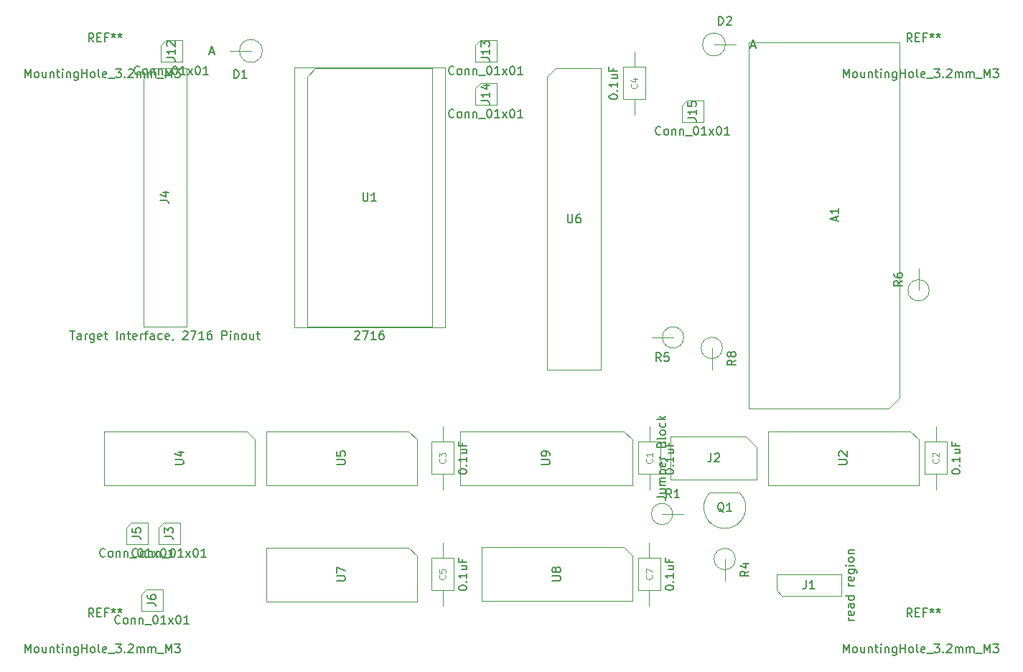
<source format=gbr>
G04 #@! TF.GenerationSoftware,KiCad,Pcbnew,(6.0.0)*
G04 #@! TF.CreationDate,2022-11-09T00:09:39-05:00*
G04 #@! TF.ProjectId,io_i2c,696f5f69-3263-42e6-9b69-6361645f7063,rev?*
G04 #@! TF.SameCoordinates,Original*
G04 #@! TF.FileFunction,AssemblyDrawing,Top*
%FSLAX46Y46*%
G04 Gerber Fmt 4.6, Leading zero omitted, Abs format (unit mm)*
G04 Created by KiCad (PCBNEW (6.0.0)) date 2022-11-09 00:09:39*
%MOMM*%
%LPD*%
G01*
G04 APERTURE LIST*
%ADD10C,0.150000*%
%ADD11C,0.114000*%
%ADD12C,0.100000*%
G04 APERTURE END LIST*
D10*
X130142380Y-148454857D02*
X130142380Y-148359619D01*
X130190000Y-148264380D01*
X130237619Y-148216761D01*
X130332857Y-148169142D01*
X130523333Y-148121523D01*
X130761428Y-148121523D01*
X130951904Y-148169142D01*
X131047142Y-148216761D01*
X131094761Y-148264380D01*
X131142380Y-148359619D01*
X131142380Y-148454857D01*
X131094761Y-148550095D01*
X131047142Y-148597714D01*
X130951904Y-148645333D01*
X130761428Y-148692952D01*
X130523333Y-148692952D01*
X130332857Y-148645333D01*
X130237619Y-148597714D01*
X130190000Y-148550095D01*
X130142380Y-148454857D01*
X131047142Y-147692952D02*
X131094761Y-147645333D01*
X131142380Y-147692952D01*
X131094761Y-147740571D01*
X131047142Y-147692952D01*
X131142380Y-147692952D01*
X131142380Y-146692952D02*
X131142380Y-147264380D01*
X131142380Y-146978666D02*
X130142380Y-146978666D01*
X130285238Y-147073904D01*
X130380476Y-147169142D01*
X130428095Y-147264380D01*
X130475714Y-145835809D02*
X131142380Y-145835809D01*
X130475714Y-146264380D02*
X130999523Y-146264380D01*
X131094761Y-146216761D01*
X131142380Y-146121523D01*
X131142380Y-145978666D01*
X131094761Y-145883428D01*
X131047142Y-145835809D01*
X130618571Y-145026285D02*
X130618571Y-145359619D01*
X131142380Y-145359619D02*
X130142380Y-145359619D01*
X130142380Y-144883428D01*
D11*
X128541428Y-146938666D02*
X128577619Y-146974857D01*
X128613809Y-147083428D01*
X128613809Y-147155809D01*
X128577619Y-147264380D01*
X128505238Y-147336761D01*
X128432857Y-147372952D01*
X128288095Y-147409142D01*
X128179523Y-147409142D01*
X128034761Y-147372952D01*
X127962380Y-147336761D01*
X127890000Y-147264380D01*
X127853809Y-147155809D01*
X127853809Y-147083428D01*
X127890000Y-146974857D01*
X127926190Y-146938666D01*
X127853809Y-146685333D02*
X127853809Y-146214857D01*
X128143333Y-146468190D01*
X128143333Y-146359619D01*
X128179523Y-146287238D01*
X128215714Y-146251047D01*
X128288095Y-146214857D01*
X128469047Y-146214857D01*
X128541428Y-146251047D01*
X128577619Y-146287238D01*
X128613809Y-146359619D01*
X128613809Y-146576761D01*
X128577619Y-146649142D01*
X128541428Y-146685333D01*
D10*
X141184380Y-161289904D02*
X141993904Y-161289904D01*
X142089142Y-161242285D01*
X142136761Y-161194666D01*
X142184380Y-161099428D01*
X142184380Y-160908952D01*
X142136761Y-160813714D01*
X142089142Y-160766095D01*
X141993904Y-160718476D01*
X141184380Y-160718476D01*
X141612952Y-160099428D02*
X141565333Y-160194666D01*
X141517714Y-160242285D01*
X141422476Y-160289904D01*
X141374857Y-160289904D01*
X141279619Y-160242285D01*
X141232000Y-160194666D01*
X141184380Y-160099428D01*
X141184380Y-159908952D01*
X141232000Y-159813714D01*
X141279619Y-159766095D01*
X141374857Y-159718476D01*
X141422476Y-159718476D01*
X141517714Y-159766095D01*
X141565333Y-159813714D01*
X141612952Y-159908952D01*
X141612952Y-160099428D01*
X141660571Y-160194666D01*
X141708190Y-160242285D01*
X141803428Y-160289904D01*
X141993904Y-160289904D01*
X142089142Y-160242285D01*
X142136761Y-160194666D01*
X142184380Y-160099428D01*
X142184380Y-159908952D01*
X142136761Y-159813714D01*
X142089142Y-159766095D01*
X141993904Y-159718476D01*
X141803428Y-159718476D01*
X141708190Y-159766095D01*
X141660571Y-159813714D01*
X141612952Y-159908952D01*
X175538952Y-101934380D02*
X175538952Y-100934380D01*
X175872285Y-101648666D01*
X176205619Y-100934380D01*
X176205619Y-101934380D01*
X176824666Y-101934380D02*
X176729428Y-101886761D01*
X176681809Y-101839142D01*
X176634190Y-101743904D01*
X176634190Y-101458190D01*
X176681809Y-101362952D01*
X176729428Y-101315333D01*
X176824666Y-101267714D01*
X176967523Y-101267714D01*
X177062761Y-101315333D01*
X177110380Y-101362952D01*
X177158000Y-101458190D01*
X177158000Y-101743904D01*
X177110380Y-101839142D01*
X177062761Y-101886761D01*
X176967523Y-101934380D01*
X176824666Y-101934380D01*
X178015142Y-101267714D02*
X178015142Y-101934380D01*
X177586571Y-101267714D02*
X177586571Y-101791523D01*
X177634190Y-101886761D01*
X177729428Y-101934380D01*
X177872285Y-101934380D01*
X177967523Y-101886761D01*
X178015142Y-101839142D01*
X178491333Y-101267714D02*
X178491333Y-101934380D01*
X178491333Y-101362952D02*
X178538952Y-101315333D01*
X178634190Y-101267714D01*
X178777047Y-101267714D01*
X178872285Y-101315333D01*
X178919904Y-101410571D01*
X178919904Y-101934380D01*
X179253238Y-101267714D02*
X179634190Y-101267714D01*
X179396095Y-100934380D02*
X179396095Y-101791523D01*
X179443714Y-101886761D01*
X179538952Y-101934380D01*
X179634190Y-101934380D01*
X179967523Y-101934380D02*
X179967523Y-101267714D01*
X179967523Y-100934380D02*
X179919904Y-100982000D01*
X179967523Y-101029619D01*
X180015142Y-100982000D01*
X179967523Y-100934380D01*
X179967523Y-101029619D01*
X180443714Y-101267714D02*
X180443714Y-101934380D01*
X180443714Y-101362952D02*
X180491333Y-101315333D01*
X180586571Y-101267714D01*
X180729428Y-101267714D01*
X180824666Y-101315333D01*
X180872285Y-101410571D01*
X180872285Y-101934380D01*
X181777047Y-101267714D02*
X181777047Y-102077238D01*
X181729428Y-102172476D01*
X181681809Y-102220095D01*
X181586571Y-102267714D01*
X181443714Y-102267714D01*
X181348476Y-102220095D01*
X181777047Y-101886761D02*
X181681809Y-101934380D01*
X181491333Y-101934380D01*
X181396095Y-101886761D01*
X181348476Y-101839142D01*
X181300857Y-101743904D01*
X181300857Y-101458190D01*
X181348476Y-101362952D01*
X181396095Y-101315333D01*
X181491333Y-101267714D01*
X181681809Y-101267714D01*
X181777047Y-101315333D01*
X182253238Y-101934380D02*
X182253238Y-100934380D01*
X182253238Y-101410571D02*
X182824666Y-101410571D01*
X182824666Y-101934380D02*
X182824666Y-100934380D01*
X183443714Y-101934380D02*
X183348476Y-101886761D01*
X183300857Y-101839142D01*
X183253238Y-101743904D01*
X183253238Y-101458190D01*
X183300857Y-101362952D01*
X183348476Y-101315333D01*
X183443714Y-101267714D01*
X183586571Y-101267714D01*
X183681809Y-101315333D01*
X183729428Y-101362952D01*
X183777047Y-101458190D01*
X183777047Y-101743904D01*
X183729428Y-101839142D01*
X183681809Y-101886761D01*
X183586571Y-101934380D01*
X183443714Y-101934380D01*
X184348476Y-101934380D02*
X184253238Y-101886761D01*
X184205619Y-101791523D01*
X184205619Y-100934380D01*
X185110380Y-101886761D02*
X185015142Y-101934380D01*
X184824666Y-101934380D01*
X184729428Y-101886761D01*
X184681809Y-101791523D01*
X184681809Y-101410571D01*
X184729428Y-101315333D01*
X184824666Y-101267714D01*
X185015142Y-101267714D01*
X185110380Y-101315333D01*
X185158000Y-101410571D01*
X185158000Y-101505809D01*
X184681809Y-101601047D01*
X185348476Y-102029619D02*
X186110380Y-102029619D01*
X186253238Y-100934380D02*
X186872285Y-100934380D01*
X186538952Y-101315333D01*
X186681809Y-101315333D01*
X186777047Y-101362952D01*
X186824666Y-101410571D01*
X186872285Y-101505809D01*
X186872285Y-101743904D01*
X186824666Y-101839142D01*
X186777047Y-101886761D01*
X186681809Y-101934380D01*
X186396095Y-101934380D01*
X186300857Y-101886761D01*
X186253238Y-101839142D01*
X187300857Y-101839142D02*
X187348476Y-101886761D01*
X187300857Y-101934380D01*
X187253238Y-101886761D01*
X187300857Y-101839142D01*
X187300857Y-101934380D01*
X187729428Y-101029619D02*
X187777047Y-100982000D01*
X187872285Y-100934380D01*
X188110380Y-100934380D01*
X188205619Y-100982000D01*
X188253238Y-101029619D01*
X188300857Y-101124857D01*
X188300857Y-101220095D01*
X188253238Y-101362952D01*
X187681809Y-101934380D01*
X188300857Y-101934380D01*
X188729428Y-101934380D02*
X188729428Y-101267714D01*
X188729428Y-101362952D02*
X188777047Y-101315333D01*
X188872285Y-101267714D01*
X189015142Y-101267714D01*
X189110380Y-101315333D01*
X189158000Y-101410571D01*
X189158000Y-101934380D01*
X189158000Y-101410571D02*
X189205619Y-101315333D01*
X189300857Y-101267714D01*
X189443714Y-101267714D01*
X189538952Y-101315333D01*
X189586571Y-101410571D01*
X189586571Y-101934380D01*
X190062761Y-101934380D02*
X190062761Y-101267714D01*
X190062761Y-101362952D02*
X190110380Y-101315333D01*
X190205619Y-101267714D01*
X190348476Y-101267714D01*
X190443714Y-101315333D01*
X190491333Y-101410571D01*
X190491333Y-101934380D01*
X190491333Y-101410571D02*
X190538952Y-101315333D01*
X190634190Y-101267714D01*
X190777047Y-101267714D01*
X190872285Y-101315333D01*
X190919904Y-101410571D01*
X190919904Y-101934380D01*
X191158000Y-102029619D02*
X191919904Y-102029619D01*
X192158000Y-101934380D02*
X192158000Y-100934380D01*
X192491333Y-101648666D01*
X192824666Y-100934380D01*
X192824666Y-101934380D01*
X193205619Y-100934380D02*
X193824666Y-100934380D01*
X193491333Y-101315333D01*
X193634190Y-101315333D01*
X193729428Y-101362952D01*
X193777047Y-101410571D01*
X193824666Y-101505809D01*
X193824666Y-101743904D01*
X193777047Y-101839142D01*
X193729428Y-101886761D01*
X193634190Y-101934380D01*
X193348476Y-101934380D01*
X193253238Y-101886761D01*
X193205619Y-101839142D01*
X183624666Y-97734380D02*
X183291333Y-97258190D01*
X183053238Y-97734380D02*
X183053238Y-96734380D01*
X183434190Y-96734380D01*
X183529428Y-96782000D01*
X183577047Y-96829619D01*
X183624666Y-96924857D01*
X183624666Y-97067714D01*
X183577047Y-97162952D01*
X183529428Y-97210571D01*
X183434190Y-97258190D01*
X183053238Y-97258190D01*
X184053238Y-97210571D02*
X184386571Y-97210571D01*
X184529428Y-97734380D02*
X184053238Y-97734380D01*
X184053238Y-96734380D01*
X184529428Y-96734380D01*
X185291333Y-97210571D02*
X184958000Y-97210571D01*
X184958000Y-97734380D02*
X184958000Y-96734380D01*
X185434190Y-96734380D01*
X185958000Y-96734380D02*
X185958000Y-96972476D01*
X185719904Y-96877238D02*
X185958000Y-96972476D01*
X186196095Y-96877238D01*
X185815142Y-97162952D02*
X185958000Y-96972476D01*
X186100857Y-97162952D01*
X186719904Y-96734380D02*
X186719904Y-96972476D01*
X186481809Y-96877238D02*
X186719904Y-96972476D01*
X186958000Y-96877238D01*
X186577047Y-97162952D02*
X186719904Y-96972476D01*
X186862761Y-97162952D01*
X90241904Y-166263142D02*
X90194285Y-166310761D01*
X90051428Y-166358380D01*
X89956190Y-166358380D01*
X89813333Y-166310761D01*
X89718095Y-166215523D01*
X89670476Y-166120285D01*
X89622857Y-165929809D01*
X89622857Y-165786952D01*
X89670476Y-165596476D01*
X89718095Y-165501238D01*
X89813333Y-165406000D01*
X89956190Y-165358380D01*
X90051428Y-165358380D01*
X90194285Y-165406000D01*
X90241904Y-165453619D01*
X90813333Y-166358380D02*
X90718095Y-166310761D01*
X90670476Y-166263142D01*
X90622857Y-166167904D01*
X90622857Y-165882190D01*
X90670476Y-165786952D01*
X90718095Y-165739333D01*
X90813333Y-165691714D01*
X90956190Y-165691714D01*
X91051428Y-165739333D01*
X91099047Y-165786952D01*
X91146666Y-165882190D01*
X91146666Y-166167904D01*
X91099047Y-166263142D01*
X91051428Y-166310761D01*
X90956190Y-166358380D01*
X90813333Y-166358380D01*
X91575238Y-165691714D02*
X91575238Y-166358380D01*
X91575238Y-165786952D02*
X91622857Y-165739333D01*
X91718095Y-165691714D01*
X91860952Y-165691714D01*
X91956190Y-165739333D01*
X92003809Y-165834571D01*
X92003809Y-166358380D01*
X92480000Y-165691714D02*
X92480000Y-166358380D01*
X92480000Y-165786952D02*
X92527619Y-165739333D01*
X92622857Y-165691714D01*
X92765714Y-165691714D01*
X92860952Y-165739333D01*
X92908571Y-165834571D01*
X92908571Y-166358380D01*
X93146666Y-166453619D02*
X93908571Y-166453619D01*
X94337142Y-165358380D02*
X94432380Y-165358380D01*
X94527619Y-165406000D01*
X94575238Y-165453619D01*
X94622857Y-165548857D01*
X94670476Y-165739333D01*
X94670476Y-165977428D01*
X94622857Y-166167904D01*
X94575238Y-166263142D01*
X94527619Y-166310761D01*
X94432380Y-166358380D01*
X94337142Y-166358380D01*
X94241904Y-166310761D01*
X94194285Y-166263142D01*
X94146666Y-166167904D01*
X94099047Y-165977428D01*
X94099047Y-165739333D01*
X94146666Y-165548857D01*
X94194285Y-165453619D01*
X94241904Y-165406000D01*
X94337142Y-165358380D01*
X95622857Y-166358380D02*
X95051428Y-166358380D01*
X95337142Y-166358380D02*
X95337142Y-165358380D01*
X95241904Y-165501238D01*
X95146666Y-165596476D01*
X95051428Y-165644095D01*
X95956190Y-166358380D02*
X96480000Y-165691714D01*
X95956190Y-165691714D02*
X96480000Y-166358380D01*
X97051428Y-165358380D02*
X97146666Y-165358380D01*
X97241904Y-165406000D01*
X97289523Y-165453619D01*
X97337142Y-165548857D01*
X97384761Y-165739333D01*
X97384761Y-165977428D01*
X97337142Y-166167904D01*
X97289523Y-166263142D01*
X97241904Y-166310761D01*
X97146666Y-166358380D01*
X97051428Y-166358380D01*
X96956190Y-166310761D01*
X96908571Y-166263142D01*
X96860952Y-166167904D01*
X96813333Y-165977428D01*
X96813333Y-165739333D01*
X96860952Y-165548857D01*
X96908571Y-165453619D01*
X96956190Y-165406000D01*
X97051428Y-165358380D01*
X98337142Y-166358380D02*
X97765714Y-166358380D01*
X98051428Y-166358380D02*
X98051428Y-165358380D01*
X97956190Y-165501238D01*
X97860952Y-165596476D01*
X97765714Y-165644095D01*
X93432380Y-163909333D02*
X94146666Y-163909333D01*
X94289523Y-163956952D01*
X94384761Y-164052190D01*
X94432380Y-164195047D01*
X94432380Y-164290285D01*
X93432380Y-163004571D02*
X93432380Y-163195047D01*
X93480000Y-163290285D01*
X93527619Y-163337904D01*
X93670476Y-163433142D01*
X93860952Y-163480761D01*
X94241904Y-163480761D01*
X94337142Y-163433142D01*
X94384761Y-163385523D01*
X94432380Y-163290285D01*
X94432380Y-163099809D01*
X94384761Y-163004571D01*
X94337142Y-162956952D01*
X94241904Y-162909333D01*
X94003809Y-162909333D01*
X93908571Y-162956952D01*
X93860952Y-163004571D01*
X93813333Y-163099809D01*
X93813333Y-163290285D01*
X93860952Y-163385523D01*
X93908571Y-163433142D01*
X94003809Y-163480761D01*
X130142380Y-162170857D02*
X130142380Y-162075619D01*
X130190000Y-161980380D01*
X130237619Y-161932761D01*
X130332857Y-161885142D01*
X130523333Y-161837523D01*
X130761428Y-161837523D01*
X130951904Y-161885142D01*
X131047142Y-161932761D01*
X131094761Y-161980380D01*
X131142380Y-162075619D01*
X131142380Y-162170857D01*
X131094761Y-162266095D01*
X131047142Y-162313714D01*
X130951904Y-162361333D01*
X130761428Y-162408952D01*
X130523333Y-162408952D01*
X130332857Y-162361333D01*
X130237619Y-162313714D01*
X130190000Y-162266095D01*
X130142380Y-162170857D01*
X131047142Y-161408952D02*
X131094761Y-161361333D01*
X131142380Y-161408952D01*
X131094761Y-161456571D01*
X131047142Y-161408952D01*
X131142380Y-161408952D01*
X131142380Y-160408952D02*
X131142380Y-160980380D01*
X131142380Y-160694666D02*
X130142380Y-160694666D01*
X130285238Y-160789904D01*
X130380476Y-160885142D01*
X130428095Y-160980380D01*
X130475714Y-159551809D02*
X131142380Y-159551809D01*
X130475714Y-159980380D02*
X130999523Y-159980380D01*
X131094761Y-159932761D01*
X131142380Y-159837523D01*
X131142380Y-159694666D01*
X131094761Y-159599428D01*
X131047142Y-159551809D01*
X130618571Y-158742285D02*
X130618571Y-159075619D01*
X131142380Y-159075619D02*
X130142380Y-159075619D01*
X130142380Y-158599428D01*
D11*
X128541428Y-160654666D02*
X128577619Y-160690857D01*
X128613809Y-160799428D01*
X128613809Y-160871809D01*
X128577619Y-160980380D01*
X128505238Y-161052761D01*
X128432857Y-161088952D01*
X128288095Y-161125142D01*
X128179523Y-161125142D01*
X128034761Y-161088952D01*
X127962380Y-161052761D01*
X127890000Y-160980380D01*
X127853809Y-160871809D01*
X127853809Y-160799428D01*
X127890000Y-160690857D01*
X127926190Y-160654666D01*
X127853809Y-159967047D02*
X127853809Y-160328952D01*
X128215714Y-160365142D01*
X128179523Y-160328952D01*
X128143333Y-160256571D01*
X128143333Y-160075619D01*
X128179523Y-160003238D01*
X128215714Y-159967047D01*
X128288095Y-159930857D01*
X128469047Y-159930857D01*
X128541428Y-159967047D01*
X128577619Y-160003238D01*
X128613809Y-160075619D01*
X128613809Y-160256571D01*
X128577619Y-160328952D01*
X128541428Y-160365142D01*
D10*
X115789380Y-161299904D02*
X116598904Y-161299904D01*
X116694142Y-161252285D01*
X116741761Y-161204666D01*
X116789380Y-161109428D01*
X116789380Y-160918952D01*
X116741761Y-160823714D01*
X116694142Y-160776095D01*
X116598904Y-160728476D01*
X115789380Y-160728476D01*
X115789380Y-160347523D02*
X115789380Y-159680857D01*
X116789380Y-160109428D01*
X103655904Y-102009015D02*
X103655904Y-101009015D01*
X103894000Y-101009015D01*
X104036857Y-101056635D01*
X104132095Y-101151873D01*
X104179714Y-101247111D01*
X104227333Y-101437587D01*
X104227333Y-101580444D01*
X104179714Y-101770920D01*
X104132095Y-101866158D01*
X104036857Y-101961396D01*
X103894000Y-102009015D01*
X103655904Y-102009015D01*
X105179714Y-102009015D02*
X104608285Y-102009015D01*
X104894000Y-102009015D02*
X104894000Y-101009015D01*
X104798761Y-101151873D01*
X104703523Y-101247111D01*
X104608285Y-101294730D01*
X100785904Y-98972666D02*
X101262095Y-98972666D01*
X100690666Y-99258380D02*
X101024000Y-98258380D01*
X101357333Y-99258380D01*
X154011333Y-135410380D02*
X153678000Y-134934190D01*
X153439904Y-135410380D02*
X153439904Y-134410380D01*
X153820857Y-134410380D01*
X153916095Y-134458000D01*
X153963714Y-134505619D01*
X154011333Y-134600857D01*
X154011333Y-134743714D01*
X153963714Y-134838952D01*
X153916095Y-134886571D01*
X153820857Y-134934190D01*
X153439904Y-134934190D01*
X154916095Y-134410380D02*
X154439904Y-134410380D01*
X154392285Y-134886571D01*
X154439904Y-134838952D01*
X154535142Y-134791333D01*
X154773238Y-134791333D01*
X154868476Y-134838952D01*
X154916095Y-134886571D01*
X154963714Y-134981809D01*
X154963714Y-135219904D01*
X154916095Y-135315142D01*
X154868476Y-135362761D01*
X154773238Y-135410380D01*
X154535142Y-135410380D01*
X154439904Y-135362761D01*
X154392285Y-135315142D01*
X160805904Y-95745745D02*
X160805904Y-94745745D01*
X161044000Y-94745745D01*
X161186857Y-94793365D01*
X161282095Y-94888603D01*
X161329714Y-94983841D01*
X161377333Y-95174317D01*
X161377333Y-95317174D01*
X161329714Y-95507650D01*
X161282095Y-95602888D01*
X161186857Y-95698126D01*
X161044000Y-95745745D01*
X160805904Y-95745745D01*
X161758285Y-94840984D02*
X161805904Y-94793365D01*
X161901142Y-94745745D01*
X162139238Y-94745745D01*
X162234476Y-94793365D01*
X162282095Y-94840984D01*
X162329714Y-94936222D01*
X162329714Y-95031460D01*
X162282095Y-95174317D01*
X161710666Y-95745745D01*
X162329714Y-95745745D01*
X164675904Y-98210666D02*
X165152095Y-98210666D01*
X164580666Y-98496380D02*
X164914000Y-97496380D01*
X165247333Y-98496380D01*
X153576380Y-151402238D02*
X154290666Y-151402238D01*
X154433523Y-151449857D01*
X154528761Y-151545095D01*
X154576380Y-151687952D01*
X154576380Y-151783190D01*
X153909714Y-150497476D02*
X154576380Y-150497476D01*
X153909714Y-150926047D02*
X154433523Y-150926047D01*
X154528761Y-150878428D01*
X154576380Y-150783190D01*
X154576380Y-150640333D01*
X154528761Y-150545095D01*
X154481142Y-150497476D01*
X154576380Y-150021285D02*
X153909714Y-150021285D01*
X154004952Y-150021285D02*
X153957333Y-149973666D01*
X153909714Y-149878428D01*
X153909714Y-149735571D01*
X153957333Y-149640333D01*
X154052571Y-149592714D01*
X154576380Y-149592714D01*
X154052571Y-149592714D02*
X153957333Y-149545095D01*
X153909714Y-149449857D01*
X153909714Y-149307000D01*
X153957333Y-149211761D01*
X154052571Y-149164142D01*
X154576380Y-149164142D01*
X153909714Y-148687952D02*
X154909714Y-148687952D01*
X153957333Y-148687952D02*
X153909714Y-148592714D01*
X153909714Y-148402238D01*
X153957333Y-148307000D01*
X154004952Y-148259380D01*
X154100190Y-148211761D01*
X154385904Y-148211761D01*
X154481142Y-148259380D01*
X154528761Y-148307000D01*
X154576380Y-148402238D01*
X154576380Y-148592714D01*
X154528761Y-148687952D01*
X154528761Y-147402238D02*
X154576380Y-147497476D01*
X154576380Y-147687952D01*
X154528761Y-147783190D01*
X154433523Y-147830809D01*
X154052571Y-147830809D01*
X153957333Y-147783190D01*
X153909714Y-147687952D01*
X153909714Y-147497476D01*
X153957333Y-147402238D01*
X154052571Y-147354619D01*
X154147809Y-147354619D01*
X154243047Y-147830809D01*
X154576380Y-146926047D02*
X153909714Y-146926047D01*
X154100190Y-146926047D02*
X154004952Y-146878428D01*
X153957333Y-146830809D01*
X153909714Y-146735571D01*
X153909714Y-146640333D01*
X154052571Y-145211761D02*
X154100190Y-145068904D01*
X154147809Y-145021285D01*
X154243047Y-144973666D01*
X154385904Y-144973666D01*
X154481142Y-145021285D01*
X154528761Y-145068904D01*
X154576380Y-145164142D01*
X154576380Y-145545095D01*
X153576380Y-145545095D01*
X153576380Y-145211761D01*
X153624000Y-145116523D01*
X153671619Y-145068904D01*
X153766857Y-145021285D01*
X153862095Y-145021285D01*
X153957333Y-145068904D01*
X154004952Y-145116523D01*
X154052571Y-145211761D01*
X154052571Y-145545095D01*
X154576380Y-144402238D02*
X154528761Y-144497476D01*
X154433523Y-144545095D01*
X153576380Y-144545095D01*
X154576380Y-143878428D02*
X154528761Y-143973666D01*
X154481142Y-144021285D01*
X154385904Y-144068904D01*
X154100190Y-144068904D01*
X154004952Y-144021285D01*
X153957333Y-143973666D01*
X153909714Y-143878428D01*
X153909714Y-143735571D01*
X153957333Y-143640333D01*
X154004952Y-143592714D01*
X154100190Y-143545095D01*
X154385904Y-143545095D01*
X154481142Y-143592714D01*
X154528761Y-143640333D01*
X154576380Y-143735571D01*
X154576380Y-143878428D01*
X154528761Y-142687952D02*
X154576380Y-142783190D01*
X154576380Y-142973666D01*
X154528761Y-143068904D01*
X154481142Y-143116523D01*
X154385904Y-143164142D01*
X154100190Y-143164142D01*
X154004952Y-143116523D01*
X153957333Y-143068904D01*
X153909714Y-142973666D01*
X153909714Y-142783190D01*
X153957333Y-142687952D01*
X154576380Y-142259380D02*
X153576380Y-142259380D01*
X154195428Y-142164142D02*
X154576380Y-141878428D01*
X153909714Y-141878428D02*
X154290666Y-142259380D01*
X159930666Y-146259380D02*
X159930666Y-146973666D01*
X159883047Y-147116523D01*
X159787809Y-147211761D01*
X159644952Y-147259380D01*
X159549714Y-147259380D01*
X160359238Y-146354619D02*
X160406857Y-146307000D01*
X160502095Y-146259380D01*
X160740190Y-146259380D01*
X160835428Y-146307000D01*
X160883047Y-146354619D01*
X160930666Y-146449857D01*
X160930666Y-146545095D01*
X160883047Y-146687952D01*
X160311619Y-147259380D01*
X160930666Y-147259380D01*
X147908380Y-104258857D02*
X147908380Y-104163619D01*
X147956000Y-104068380D01*
X148003619Y-104020761D01*
X148098857Y-103973142D01*
X148289333Y-103925523D01*
X148527428Y-103925523D01*
X148717904Y-103973142D01*
X148813142Y-104020761D01*
X148860761Y-104068380D01*
X148908380Y-104163619D01*
X148908380Y-104258857D01*
X148860761Y-104354095D01*
X148813142Y-104401714D01*
X148717904Y-104449333D01*
X148527428Y-104496952D01*
X148289333Y-104496952D01*
X148098857Y-104449333D01*
X148003619Y-104401714D01*
X147956000Y-104354095D01*
X147908380Y-104258857D01*
X148813142Y-103496952D02*
X148860761Y-103449333D01*
X148908380Y-103496952D01*
X148860761Y-103544571D01*
X148813142Y-103496952D01*
X148908380Y-103496952D01*
X148908380Y-102496952D02*
X148908380Y-103068380D01*
X148908380Y-102782666D02*
X147908380Y-102782666D01*
X148051238Y-102877904D01*
X148146476Y-102973142D01*
X148194095Y-103068380D01*
X148241714Y-101639809D02*
X148908380Y-101639809D01*
X148241714Y-102068380D02*
X148765523Y-102068380D01*
X148860761Y-102020761D01*
X148908380Y-101925523D01*
X148908380Y-101782666D01*
X148860761Y-101687428D01*
X148813142Y-101639809D01*
X148384571Y-100830285D02*
X148384571Y-101163619D01*
X148908380Y-101163619D02*
X147908380Y-101163619D01*
X147908380Y-100687428D01*
D11*
X151147428Y-102742666D02*
X151183619Y-102778857D01*
X151219809Y-102887428D01*
X151219809Y-102959809D01*
X151183619Y-103068380D01*
X151111238Y-103140761D01*
X151038857Y-103176952D01*
X150894095Y-103213142D01*
X150785523Y-103213142D01*
X150640761Y-103176952D01*
X150568380Y-103140761D01*
X150496000Y-103068380D01*
X150459809Y-102959809D01*
X150459809Y-102887428D01*
X150496000Y-102778857D01*
X150532190Y-102742666D01*
X150713142Y-102091238D02*
X151219809Y-102091238D01*
X150423619Y-102272190D02*
X150966476Y-102453142D01*
X150966476Y-101982666D01*
D10*
X155252333Y-151498380D02*
X154919000Y-151022190D01*
X154680904Y-151498380D02*
X154680904Y-150498380D01*
X155061857Y-150498380D01*
X155157095Y-150546000D01*
X155204714Y-150593619D01*
X155252333Y-150688857D01*
X155252333Y-150831714D01*
X155204714Y-150926952D01*
X155157095Y-150974571D01*
X155061857Y-151022190D01*
X154680904Y-151022190D01*
X156204714Y-151498380D02*
X155633285Y-151498380D01*
X155919000Y-151498380D02*
X155919000Y-150498380D01*
X155823761Y-150641238D01*
X155728523Y-150736476D01*
X155633285Y-150784095D01*
X117919714Y-131925619D02*
X117967333Y-131878000D01*
X118062571Y-131830380D01*
X118300666Y-131830380D01*
X118395904Y-131878000D01*
X118443523Y-131925619D01*
X118491142Y-132020857D01*
X118491142Y-132116095D01*
X118443523Y-132258952D01*
X117872095Y-132830380D01*
X118491142Y-132830380D01*
X118824476Y-131830380D02*
X119491142Y-131830380D01*
X119062571Y-132830380D01*
X120395904Y-132830380D02*
X119824476Y-132830380D01*
X120110190Y-132830380D02*
X120110190Y-131830380D01*
X120014952Y-131973238D01*
X119919714Y-132068476D01*
X119824476Y-132116095D01*
X121253047Y-131830380D02*
X121062571Y-131830380D01*
X120967333Y-131878000D01*
X120919714Y-131925619D01*
X120824476Y-132068476D01*
X120776857Y-132258952D01*
X120776857Y-132639904D01*
X120824476Y-132735142D01*
X120872095Y-132782761D01*
X120967333Y-132830380D01*
X121157809Y-132830380D01*
X121253047Y-132782761D01*
X121300666Y-132735142D01*
X121348285Y-132639904D01*
X121348285Y-132401809D01*
X121300666Y-132306571D01*
X121253047Y-132258952D01*
X121157809Y-132211333D01*
X120967333Y-132211333D01*
X120872095Y-132258952D01*
X120824476Y-132306571D01*
X120776857Y-132401809D01*
X118872095Y-115530380D02*
X118872095Y-116339904D01*
X118919714Y-116435142D01*
X118967333Y-116482761D01*
X119062571Y-116530380D01*
X119253047Y-116530380D01*
X119348285Y-116482761D01*
X119395904Y-116435142D01*
X119443523Y-116339904D01*
X119443523Y-115530380D01*
X120443523Y-116530380D02*
X119872095Y-116530380D01*
X120157809Y-116530380D02*
X120157809Y-115530380D01*
X120062571Y-115673238D01*
X119967333Y-115768476D01*
X119872095Y-115816095D01*
X143002095Y-118070380D02*
X143002095Y-118879904D01*
X143049714Y-118975142D01*
X143097333Y-119022761D01*
X143192571Y-119070380D01*
X143383047Y-119070380D01*
X143478285Y-119022761D01*
X143525904Y-118975142D01*
X143573523Y-118879904D01*
X143573523Y-118070380D01*
X144478285Y-118070380D02*
X144287809Y-118070380D01*
X144192571Y-118118000D01*
X144144952Y-118165619D01*
X144049714Y-118308476D01*
X144002095Y-118498952D01*
X144002095Y-118879904D01*
X144049714Y-118975142D01*
X144097333Y-119022761D01*
X144192571Y-119070380D01*
X144383047Y-119070380D01*
X144478285Y-119022761D01*
X144525904Y-118975142D01*
X144573523Y-118879904D01*
X144573523Y-118641809D01*
X144525904Y-118546571D01*
X144478285Y-118498952D01*
X144383047Y-118451333D01*
X144192571Y-118451333D01*
X144097333Y-118498952D01*
X144049714Y-118546571D01*
X144002095Y-118641809D01*
X153995904Y-108605142D02*
X153948285Y-108652761D01*
X153805428Y-108700380D01*
X153710190Y-108700380D01*
X153567333Y-108652761D01*
X153472095Y-108557523D01*
X153424476Y-108462285D01*
X153376857Y-108271809D01*
X153376857Y-108128952D01*
X153424476Y-107938476D01*
X153472095Y-107843238D01*
X153567333Y-107748000D01*
X153710190Y-107700380D01*
X153805428Y-107700380D01*
X153948285Y-107748000D01*
X153995904Y-107795619D01*
X154567333Y-108700380D02*
X154472095Y-108652761D01*
X154424476Y-108605142D01*
X154376857Y-108509904D01*
X154376857Y-108224190D01*
X154424476Y-108128952D01*
X154472095Y-108081333D01*
X154567333Y-108033714D01*
X154710190Y-108033714D01*
X154805428Y-108081333D01*
X154853047Y-108128952D01*
X154900666Y-108224190D01*
X154900666Y-108509904D01*
X154853047Y-108605142D01*
X154805428Y-108652761D01*
X154710190Y-108700380D01*
X154567333Y-108700380D01*
X155329238Y-108033714D02*
X155329238Y-108700380D01*
X155329238Y-108128952D02*
X155376857Y-108081333D01*
X155472095Y-108033714D01*
X155614952Y-108033714D01*
X155710190Y-108081333D01*
X155757809Y-108176571D01*
X155757809Y-108700380D01*
X156234000Y-108033714D02*
X156234000Y-108700380D01*
X156234000Y-108128952D02*
X156281619Y-108081333D01*
X156376857Y-108033714D01*
X156519714Y-108033714D01*
X156614952Y-108081333D01*
X156662571Y-108176571D01*
X156662571Y-108700380D01*
X156900666Y-108795619D02*
X157662571Y-108795619D01*
X158091142Y-107700380D02*
X158186380Y-107700380D01*
X158281619Y-107748000D01*
X158329238Y-107795619D01*
X158376857Y-107890857D01*
X158424476Y-108081333D01*
X158424476Y-108319428D01*
X158376857Y-108509904D01*
X158329238Y-108605142D01*
X158281619Y-108652761D01*
X158186380Y-108700380D01*
X158091142Y-108700380D01*
X157995904Y-108652761D01*
X157948285Y-108605142D01*
X157900666Y-108509904D01*
X157853047Y-108319428D01*
X157853047Y-108081333D01*
X157900666Y-107890857D01*
X157948285Y-107795619D01*
X157995904Y-107748000D01*
X158091142Y-107700380D01*
X159376857Y-108700380D02*
X158805428Y-108700380D01*
X159091142Y-108700380D02*
X159091142Y-107700380D01*
X158995904Y-107843238D01*
X158900666Y-107938476D01*
X158805428Y-107986095D01*
X159710190Y-108700380D02*
X160234000Y-108033714D01*
X159710190Y-108033714D02*
X160234000Y-108700380D01*
X160805428Y-107700380D02*
X160900666Y-107700380D01*
X160995904Y-107748000D01*
X161043523Y-107795619D01*
X161091142Y-107890857D01*
X161138761Y-108081333D01*
X161138761Y-108319428D01*
X161091142Y-108509904D01*
X161043523Y-108605142D01*
X160995904Y-108652761D01*
X160900666Y-108700380D01*
X160805428Y-108700380D01*
X160710190Y-108652761D01*
X160662571Y-108605142D01*
X160614952Y-108509904D01*
X160567333Y-108319428D01*
X160567333Y-108081333D01*
X160614952Y-107890857D01*
X160662571Y-107795619D01*
X160710190Y-107748000D01*
X160805428Y-107700380D01*
X162091142Y-108700380D02*
X161519714Y-108700380D01*
X161805428Y-108700380D02*
X161805428Y-107700380D01*
X161710190Y-107843238D01*
X161614952Y-107938476D01*
X161519714Y-107986095D01*
X157186380Y-106727523D02*
X157900666Y-106727523D01*
X158043523Y-106775142D01*
X158138761Y-106870380D01*
X158186380Y-107013238D01*
X158186380Y-107108476D01*
X158186380Y-105727523D02*
X158186380Y-106298952D01*
X158186380Y-106013238D02*
X157186380Y-106013238D01*
X157329238Y-106108476D01*
X157424476Y-106203714D01*
X157472095Y-106298952D01*
X157186380Y-104822761D02*
X157186380Y-105298952D01*
X157662571Y-105346571D01*
X157614952Y-105298952D01*
X157567333Y-105203714D01*
X157567333Y-104965619D01*
X157614952Y-104870380D01*
X157662571Y-104822761D01*
X157757809Y-104775142D01*
X157995904Y-104775142D01*
X158091142Y-104822761D01*
X158138761Y-104870380D01*
X158186380Y-104965619D01*
X158186380Y-105203714D01*
X158138761Y-105298952D01*
X158091142Y-105346571D01*
X139914380Y-147583904D02*
X140723904Y-147583904D01*
X140819142Y-147536285D01*
X140866761Y-147488666D01*
X140914380Y-147393428D01*
X140914380Y-147202952D01*
X140866761Y-147107714D01*
X140819142Y-147060095D01*
X140723904Y-147012476D01*
X139914380Y-147012476D01*
X140914380Y-146488666D02*
X140914380Y-146298190D01*
X140866761Y-146202952D01*
X140819142Y-146155333D01*
X140676285Y-146060095D01*
X140485809Y-146012476D01*
X140104857Y-146012476D01*
X140009619Y-146060095D01*
X139962000Y-146107714D01*
X139914380Y-146202952D01*
X139914380Y-146393428D01*
X139962000Y-146488666D01*
X140009619Y-146536285D01*
X140104857Y-146583904D01*
X140342952Y-146583904D01*
X140438190Y-146536285D01*
X140485809Y-146488666D01*
X140533428Y-146393428D01*
X140533428Y-146202952D01*
X140485809Y-146107714D01*
X140438190Y-146060095D01*
X140342952Y-146012476D01*
X79018952Y-101934380D02*
X79018952Y-100934380D01*
X79352285Y-101648666D01*
X79685619Y-100934380D01*
X79685619Y-101934380D01*
X80304666Y-101934380D02*
X80209428Y-101886761D01*
X80161809Y-101839142D01*
X80114190Y-101743904D01*
X80114190Y-101458190D01*
X80161809Y-101362952D01*
X80209428Y-101315333D01*
X80304666Y-101267714D01*
X80447523Y-101267714D01*
X80542761Y-101315333D01*
X80590380Y-101362952D01*
X80637999Y-101458190D01*
X80637999Y-101743904D01*
X80590380Y-101839142D01*
X80542761Y-101886761D01*
X80447523Y-101934380D01*
X80304666Y-101934380D01*
X81495142Y-101267714D02*
X81495142Y-101934380D01*
X81066571Y-101267714D02*
X81066571Y-101791523D01*
X81114190Y-101886761D01*
X81209428Y-101934380D01*
X81352285Y-101934380D01*
X81447523Y-101886761D01*
X81495142Y-101839142D01*
X81971333Y-101267714D02*
X81971333Y-101934380D01*
X81971333Y-101362952D02*
X82018952Y-101315333D01*
X82114190Y-101267714D01*
X82257047Y-101267714D01*
X82352285Y-101315333D01*
X82399904Y-101410571D01*
X82399904Y-101934380D01*
X82733238Y-101267714D02*
X83114190Y-101267714D01*
X82876095Y-100934380D02*
X82876095Y-101791523D01*
X82923714Y-101886761D01*
X83018952Y-101934380D01*
X83114190Y-101934380D01*
X83447523Y-101934380D02*
X83447523Y-101267714D01*
X83447523Y-100934380D02*
X83399904Y-100982000D01*
X83447523Y-101029619D01*
X83495142Y-100982000D01*
X83447523Y-100934380D01*
X83447523Y-101029619D01*
X83923714Y-101267714D02*
X83923714Y-101934380D01*
X83923714Y-101362952D02*
X83971333Y-101315333D01*
X84066571Y-101267714D01*
X84209428Y-101267714D01*
X84304666Y-101315333D01*
X84352285Y-101410571D01*
X84352285Y-101934380D01*
X85257047Y-101267714D02*
X85257047Y-102077238D01*
X85209428Y-102172476D01*
X85161809Y-102220095D01*
X85066571Y-102267714D01*
X84923714Y-102267714D01*
X84828476Y-102220095D01*
X85257047Y-101886761D02*
X85161809Y-101934380D01*
X84971333Y-101934380D01*
X84876095Y-101886761D01*
X84828476Y-101839142D01*
X84780857Y-101743904D01*
X84780857Y-101458190D01*
X84828476Y-101362952D01*
X84876095Y-101315333D01*
X84971333Y-101267714D01*
X85161809Y-101267714D01*
X85257047Y-101315333D01*
X85733238Y-101934380D02*
X85733238Y-100934380D01*
X85733238Y-101410571D02*
X86304666Y-101410571D01*
X86304666Y-101934380D02*
X86304666Y-100934380D01*
X86923714Y-101934380D02*
X86828476Y-101886761D01*
X86780857Y-101839142D01*
X86733238Y-101743904D01*
X86733238Y-101458190D01*
X86780857Y-101362952D01*
X86828476Y-101315333D01*
X86923714Y-101267714D01*
X87066571Y-101267714D01*
X87161809Y-101315333D01*
X87209428Y-101362952D01*
X87257047Y-101458190D01*
X87257047Y-101743904D01*
X87209428Y-101839142D01*
X87161809Y-101886761D01*
X87066571Y-101934380D01*
X86923714Y-101934380D01*
X87828476Y-101934380D02*
X87733238Y-101886761D01*
X87685619Y-101791523D01*
X87685619Y-100934380D01*
X88590380Y-101886761D02*
X88495142Y-101934380D01*
X88304666Y-101934380D01*
X88209428Y-101886761D01*
X88161809Y-101791523D01*
X88161809Y-101410571D01*
X88209428Y-101315333D01*
X88304666Y-101267714D01*
X88495142Y-101267714D01*
X88590380Y-101315333D01*
X88637999Y-101410571D01*
X88637999Y-101505809D01*
X88161809Y-101601047D01*
X88828476Y-102029619D02*
X89590380Y-102029619D01*
X89733238Y-100934380D02*
X90352285Y-100934380D01*
X90018952Y-101315333D01*
X90161809Y-101315333D01*
X90257047Y-101362952D01*
X90304666Y-101410571D01*
X90352285Y-101505809D01*
X90352285Y-101743904D01*
X90304666Y-101839142D01*
X90257047Y-101886761D01*
X90161809Y-101934380D01*
X89876095Y-101934380D01*
X89780857Y-101886761D01*
X89733238Y-101839142D01*
X90780857Y-101839142D02*
X90828476Y-101886761D01*
X90780857Y-101934380D01*
X90733238Y-101886761D01*
X90780857Y-101839142D01*
X90780857Y-101934380D01*
X91209428Y-101029619D02*
X91257047Y-100982000D01*
X91352285Y-100934380D01*
X91590380Y-100934380D01*
X91685619Y-100982000D01*
X91733238Y-101029619D01*
X91780857Y-101124857D01*
X91780857Y-101220095D01*
X91733238Y-101362952D01*
X91161809Y-101934380D01*
X91780857Y-101934380D01*
X92209428Y-101934380D02*
X92209428Y-101267714D01*
X92209428Y-101362952D02*
X92257047Y-101315333D01*
X92352285Y-101267714D01*
X92495142Y-101267714D01*
X92590380Y-101315333D01*
X92637999Y-101410571D01*
X92637999Y-101934380D01*
X92637999Y-101410571D02*
X92685619Y-101315333D01*
X92780857Y-101267714D01*
X92923714Y-101267714D01*
X93018952Y-101315333D01*
X93066571Y-101410571D01*
X93066571Y-101934380D01*
X93542761Y-101934380D02*
X93542761Y-101267714D01*
X93542761Y-101362952D02*
X93590380Y-101315333D01*
X93685619Y-101267714D01*
X93828476Y-101267714D01*
X93923714Y-101315333D01*
X93971333Y-101410571D01*
X93971333Y-101934380D01*
X93971333Y-101410571D02*
X94018952Y-101315333D01*
X94114190Y-101267714D01*
X94257047Y-101267714D01*
X94352285Y-101315333D01*
X94399904Y-101410571D01*
X94399904Y-101934380D01*
X94637999Y-102029619D02*
X95399904Y-102029619D01*
X95637999Y-101934380D02*
X95637999Y-100934380D01*
X95971333Y-101648666D01*
X96304666Y-100934380D01*
X96304666Y-101934380D01*
X96685619Y-100934380D02*
X97304666Y-100934380D01*
X96971333Y-101315333D01*
X97114190Y-101315333D01*
X97209428Y-101362952D01*
X97257047Y-101410571D01*
X97304666Y-101505809D01*
X97304666Y-101743904D01*
X97257047Y-101839142D01*
X97209428Y-101886761D01*
X97114190Y-101934380D01*
X96828476Y-101934380D01*
X96733238Y-101886761D01*
X96685619Y-101839142D01*
X87104666Y-97734380D02*
X86771333Y-97258190D01*
X86533238Y-97734380D02*
X86533238Y-96734380D01*
X86914190Y-96734380D01*
X87009428Y-96782000D01*
X87057047Y-96829619D01*
X87104666Y-96924857D01*
X87104666Y-97067714D01*
X87057047Y-97162952D01*
X87009428Y-97210571D01*
X86914190Y-97258190D01*
X86533238Y-97258190D01*
X87533238Y-97210571D02*
X87866571Y-97210571D01*
X88009428Y-97734380D02*
X87533238Y-97734380D01*
X87533238Y-96734380D01*
X88009428Y-96734380D01*
X88771333Y-97210571D02*
X88438000Y-97210571D01*
X88438000Y-97734380D02*
X88438000Y-96734380D01*
X88914190Y-96734380D01*
X89438000Y-96734380D02*
X89438000Y-96972476D01*
X89199904Y-96877238D02*
X89438000Y-96972476D01*
X89676095Y-96877238D01*
X89295142Y-97162952D02*
X89438000Y-96972476D01*
X89580857Y-97162952D01*
X90199904Y-96734380D02*
X90199904Y-96972476D01*
X89961809Y-96877238D02*
X90199904Y-96972476D01*
X90438000Y-96877238D01*
X90057047Y-97162952D02*
X90199904Y-96972476D01*
X90342761Y-97162952D01*
X84313523Y-131830380D02*
X84884952Y-131830380D01*
X84599238Y-132830380D02*
X84599238Y-131830380D01*
X85646857Y-132830380D02*
X85646857Y-132306571D01*
X85599238Y-132211333D01*
X85504000Y-132163714D01*
X85313523Y-132163714D01*
X85218285Y-132211333D01*
X85646857Y-132782761D02*
X85551619Y-132830380D01*
X85313523Y-132830380D01*
X85218285Y-132782761D01*
X85170666Y-132687523D01*
X85170666Y-132592285D01*
X85218285Y-132497047D01*
X85313523Y-132449428D01*
X85551619Y-132449428D01*
X85646857Y-132401809D01*
X86123047Y-132830380D02*
X86123047Y-132163714D01*
X86123047Y-132354190D02*
X86170666Y-132258952D01*
X86218285Y-132211333D01*
X86313523Y-132163714D01*
X86408761Y-132163714D01*
X87170666Y-132163714D02*
X87170666Y-132973238D01*
X87123047Y-133068476D01*
X87075428Y-133116095D01*
X86980190Y-133163714D01*
X86837333Y-133163714D01*
X86742095Y-133116095D01*
X87170666Y-132782761D02*
X87075428Y-132830380D01*
X86884952Y-132830380D01*
X86789714Y-132782761D01*
X86742095Y-132735142D01*
X86694476Y-132639904D01*
X86694476Y-132354190D01*
X86742095Y-132258952D01*
X86789714Y-132211333D01*
X86884952Y-132163714D01*
X87075428Y-132163714D01*
X87170666Y-132211333D01*
X88027809Y-132782761D02*
X87932571Y-132830380D01*
X87742095Y-132830380D01*
X87646857Y-132782761D01*
X87599238Y-132687523D01*
X87599238Y-132306571D01*
X87646857Y-132211333D01*
X87742095Y-132163714D01*
X87932571Y-132163714D01*
X88027809Y-132211333D01*
X88075428Y-132306571D01*
X88075428Y-132401809D01*
X87599238Y-132497047D01*
X88361142Y-132163714D02*
X88742095Y-132163714D01*
X88504000Y-131830380D02*
X88504000Y-132687523D01*
X88551619Y-132782761D01*
X88646857Y-132830380D01*
X88742095Y-132830380D01*
X89837333Y-132830380D02*
X89837333Y-131830380D01*
X90313523Y-132163714D02*
X90313523Y-132830380D01*
X90313523Y-132258952D02*
X90361142Y-132211333D01*
X90456380Y-132163714D01*
X90599238Y-132163714D01*
X90694476Y-132211333D01*
X90742095Y-132306571D01*
X90742095Y-132830380D01*
X91075428Y-132163714D02*
X91456380Y-132163714D01*
X91218285Y-131830380D02*
X91218285Y-132687523D01*
X91265904Y-132782761D01*
X91361142Y-132830380D01*
X91456380Y-132830380D01*
X92170666Y-132782761D02*
X92075428Y-132830380D01*
X91884952Y-132830380D01*
X91789714Y-132782761D01*
X91742095Y-132687523D01*
X91742095Y-132306571D01*
X91789714Y-132211333D01*
X91884952Y-132163714D01*
X92075428Y-132163714D01*
X92170666Y-132211333D01*
X92218285Y-132306571D01*
X92218285Y-132401809D01*
X91742095Y-132497047D01*
X92646857Y-132830380D02*
X92646857Y-132163714D01*
X92646857Y-132354190D02*
X92694476Y-132258952D01*
X92742095Y-132211333D01*
X92837333Y-132163714D01*
X92932571Y-132163714D01*
X93123047Y-132163714D02*
X93504000Y-132163714D01*
X93265904Y-132830380D02*
X93265904Y-131973238D01*
X93313523Y-131878000D01*
X93408761Y-131830380D01*
X93504000Y-131830380D01*
X94265904Y-132830380D02*
X94265904Y-132306571D01*
X94218285Y-132211333D01*
X94123047Y-132163714D01*
X93932571Y-132163714D01*
X93837333Y-132211333D01*
X94265904Y-132782761D02*
X94170666Y-132830380D01*
X93932571Y-132830380D01*
X93837333Y-132782761D01*
X93789714Y-132687523D01*
X93789714Y-132592285D01*
X93837333Y-132497047D01*
X93932571Y-132449428D01*
X94170666Y-132449428D01*
X94265904Y-132401809D01*
X95170666Y-132782761D02*
X95075428Y-132830380D01*
X94884952Y-132830380D01*
X94789714Y-132782761D01*
X94742095Y-132735142D01*
X94694476Y-132639904D01*
X94694476Y-132354190D01*
X94742095Y-132258952D01*
X94789714Y-132211333D01*
X94884952Y-132163714D01*
X95075428Y-132163714D01*
X95170666Y-132211333D01*
X95980190Y-132782761D02*
X95884952Y-132830380D01*
X95694476Y-132830380D01*
X95599238Y-132782761D01*
X95551619Y-132687523D01*
X95551619Y-132306571D01*
X95599238Y-132211333D01*
X95694476Y-132163714D01*
X95884952Y-132163714D01*
X95980190Y-132211333D01*
X96027809Y-132306571D01*
X96027809Y-132401809D01*
X95551619Y-132497047D01*
X96504000Y-132782761D02*
X96504000Y-132830380D01*
X96456380Y-132925619D01*
X96408761Y-132973238D01*
X97646857Y-131925619D02*
X97694476Y-131878000D01*
X97789714Y-131830380D01*
X98027809Y-131830380D01*
X98123047Y-131878000D01*
X98170666Y-131925619D01*
X98218285Y-132020857D01*
X98218285Y-132116095D01*
X98170666Y-132258952D01*
X97599238Y-132830380D01*
X98218285Y-132830380D01*
X98551619Y-131830380D02*
X99218285Y-131830380D01*
X98789714Y-132830380D01*
X100123047Y-132830380D02*
X99551619Y-132830380D01*
X99837333Y-132830380D02*
X99837333Y-131830380D01*
X99742095Y-131973238D01*
X99646857Y-132068476D01*
X99551619Y-132116095D01*
X100980190Y-131830380D02*
X100789714Y-131830380D01*
X100694476Y-131878000D01*
X100646857Y-131925619D01*
X100551619Y-132068476D01*
X100504000Y-132258952D01*
X100504000Y-132639904D01*
X100551619Y-132735142D01*
X100599238Y-132782761D01*
X100694476Y-132830380D01*
X100884952Y-132830380D01*
X100980190Y-132782761D01*
X101027809Y-132735142D01*
X101075428Y-132639904D01*
X101075428Y-132401809D01*
X101027809Y-132306571D01*
X100980190Y-132258952D01*
X100884952Y-132211333D01*
X100694476Y-132211333D01*
X100599238Y-132258952D01*
X100551619Y-132306571D01*
X100504000Y-132401809D01*
X102265904Y-132830380D02*
X102265904Y-131830380D01*
X102646857Y-131830380D01*
X102742095Y-131878000D01*
X102789714Y-131925619D01*
X102837333Y-132020857D01*
X102837333Y-132163714D01*
X102789714Y-132258952D01*
X102742095Y-132306571D01*
X102646857Y-132354190D01*
X102265904Y-132354190D01*
X103265904Y-132830380D02*
X103265904Y-132163714D01*
X103265904Y-131830380D02*
X103218285Y-131878000D01*
X103265904Y-131925619D01*
X103313523Y-131878000D01*
X103265904Y-131830380D01*
X103265904Y-131925619D01*
X103742095Y-132163714D02*
X103742095Y-132830380D01*
X103742095Y-132258952D02*
X103789714Y-132211333D01*
X103884952Y-132163714D01*
X104027809Y-132163714D01*
X104123047Y-132211333D01*
X104170666Y-132306571D01*
X104170666Y-132830380D01*
X104789714Y-132830380D02*
X104694476Y-132782761D01*
X104646857Y-132735142D01*
X104599238Y-132639904D01*
X104599238Y-132354190D01*
X104646857Y-132258952D01*
X104694476Y-132211333D01*
X104789714Y-132163714D01*
X104932571Y-132163714D01*
X105027809Y-132211333D01*
X105075428Y-132258952D01*
X105123047Y-132354190D01*
X105123047Y-132639904D01*
X105075428Y-132735142D01*
X105027809Y-132782761D01*
X104932571Y-132830380D01*
X104789714Y-132830380D01*
X105980190Y-132163714D02*
X105980190Y-132830380D01*
X105551619Y-132163714D02*
X105551619Y-132687523D01*
X105599238Y-132782761D01*
X105694476Y-132830380D01*
X105837333Y-132830380D01*
X105932571Y-132782761D01*
X105980190Y-132735142D01*
X106313523Y-132163714D02*
X106694476Y-132163714D01*
X106456380Y-131830380D02*
X106456380Y-132687523D01*
X106504000Y-132782761D01*
X106599238Y-132830380D01*
X106694476Y-132830380D01*
X94956380Y-116411333D02*
X95670666Y-116411333D01*
X95813523Y-116458952D01*
X95908761Y-116554190D01*
X95956380Y-116697047D01*
X95956380Y-116792285D01*
X95289714Y-115506571D02*
X95956380Y-115506571D01*
X94908761Y-115744666D02*
X95623047Y-115982761D01*
X95623047Y-115363714D01*
X115789380Y-147583904D02*
X116598904Y-147583904D01*
X116694142Y-147536285D01*
X116741761Y-147488666D01*
X116789380Y-147393428D01*
X116789380Y-147202952D01*
X116741761Y-147107714D01*
X116694142Y-147060095D01*
X116598904Y-147012476D01*
X115789380Y-147012476D01*
X115789380Y-146060095D02*
X115789380Y-146536285D01*
X116265571Y-146583904D01*
X116217952Y-146536285D01*
X116170333Y-146441047D01*
X116170333Y-146202952D01*
X116217952Y-146107714D01*
X116265571Y-146060095D01*
X116360809Y-146012476D01*
X116598904Y-146012476D01*
X116694142Y-146060095D01*
X116741761Y-146107714D01*
X116789380Y-146202952D01*
X116789380Y-146441047D01*
X116741761Y-146536285D01*
X116694142Y-146583904D01*
X161448761Y-153193619D02*
X161353523Y-153146000D01*
X161258285Y-153050761D01*
X161115428Y-152907904D01*
X161020190Y-152860285D01*
X160924952Y-152860285D01*
X160972571Y-153098380D02*
X160877333Y-153050761D01*
X160782095Y-152955523D01*
X160734476Y-152765047D01*
X160734476Y-152431714D01*
X160782095Y-152241238D01*
X160877333Y-152146000D01*
X160972571Y-152098380D01*
X161163047Y-152098380D01*
X161258285Y-152146000D01*
X161353523Y-152241238D01*
X161401142Y-152431714D01*
X161401142Y-152765047D01*
X161353523Y-152955523D01*
X161258285Y-153050761D01*
X161163047Y-153098380D01*
X160972571Y-153098380D01*
X162353523Y-153098380D02*
X161782095Y-153098380D01*
X162067809Y-153098380D02*
X162067809Y-152098380D01*
X161972571Y-152241238D01*
X161877333Y-152336476D01*
X161782095Y-152384095D01*
X129611904Y-106573142D02*
X129564285Y-106620761D01*
X129421428Y-106668380D01*
X129326190Y-106668380D01*
X129183333Y-106620761D01*
X129088095Y-106525523D01*
X129040476Y-106430285D01*
X128992857Y-106239809D01*
X128992857Y-106096952D01*
X129040476Y-105906476D01*
X129088095Y-105811238D01*
X129183333Y-105716000D01*
X129326190Y-105668380D01*
X129421428Y-105668380D01*
X129564285Y-105716000D01*
X129611904Y-105763619D01*
X130183333Y-106668380D02*
X130088095Y-106620761D01*
X130040476Y-106573142D01*
X129992857Y-106477904D01*
X129992857Y-106192190D01*
X130040476Y-106096952D01*
X130088095Y-106049333D01*
X130183333Y-106001714D01*
X130326190Y-106001714D01*
X130421428Y-106049333D01*
X130469047Y-106096952D01*
X130516666Y-106192190D01*
X130516666Y-106477904D01*
X130469047Y-106573142D01*
X130421428Y-106620761D01*
X130326190Y-106668380D01*
X130183333Y-106668380D01*
X130945238Y-106001714D02*
X130945238Y-106668380D01*
X130945238Y-106096952D02*
X130992857Y-106049333D01*
X131088095Y-106001714D01*
X131230952Y-106001714D01*
X131326190Y-106049333D01*
X131373809Y-106144571D01*
X131373809Y-106668380D01*
X131850000Y-106001714D02*
X131850000Y-106668380D01*
X131850000Y-106096952D02*
X131897619Y-106049333D01*
X131992857Y-106001714D01*
X132135714Y-106001714D01*
X132230952Y-106049333D01*
X132278571Y-106144571D01*
X132278571Y-106668380D01*
X132516666Y-106763619D02*
X133278571Y-106763619D01*
X133707142Y-105668380D02*
X133802380Y-105668380D01*
X133897619Y-105716000D01*
X133945238Y-105763619D01*
X133992857Y-105858857D01*
X134040476Y-106049333D01*
X134040476Y-106287428D01*
X133992857Y-106477904D01*
X133945238Y-106573142D01*
X133897619Y-106620761D01*
X133802380Y-106668380D01*
X133707142Y-106668380D01*
X133611904Y-106620761D01*
X133564285Y-106573142D01*
X133516666Y-106477904D01*
X133469047Y-106287428D01*
X133469047Y-106049333D01*
X133516666Y-105858857D01*
X133564285Y-105763619D01*
X133611904Y-105716000D01*
X133707142Y-105668380D01*
X134992857Y-106668380D02*
X134421428Y-106668380D01*
X134707142Y-106668380D02*
X134707142Y-105668380D01*
X134611904Y-105811238D01*
X134516666Y-105906476D01*
X134421428Y-105954095D01*
X135326190Y-106668380D02*
X135850000Y-106001714D01*
X135326190Y-106001714D02*
X135850000Y-106668380D01*
X136421428Y-105668380D02*
X136516666Y-105668380D01*
X136611904Y-105716000D01*
X136659523Y-105763619D01*
X136707142Y-105858857D01*
X136754761Y-106049333D01*
X136754761Y-106287428D01*
X136707142Y-106477904D01*
X136659523Y-106573142D01*
X136611904Y-106620761D01*
X136516666Y-106668380D01*
X136421428Y-106668380D01*
X136326190Y-106620761D01*
X136278571Y-106573142D01*
X136230952Y-106477904D01*
X136183333Y-106287428D01*
X136183333Y-106049333D01*
X136230952Y-105858857D01*
X136278571Y-105763619D01*
X136326190Y-105716000D01*
X136421428Y-105668380D01*
X137707142Y-106668380D02*
X137135714Y-106668380D01*
X137421428Y-106668380D02*
X137421428Y-105668380D01*
X137326190Y-105811238D01*
X137230952Y-105906476D01*
X137135714Y-105954095D01*
X132802380Y-104695523D02*
X133516666Y-104695523D01*
X133659523Y-104743142D01*
X133754761Y-104838380D01*
X133802380Y-104981238D01*
X133802380Y-105076476D01*
X133802380Y-103695523D02*
X133802380Y-104266952D01*
X133802380Y-103981238D02*
X132802380Y-103981238D01*
X132945238Y-104076476D01*
X133040476Y-104171714D01*
X133088095Y-104266952D01*
X133135714Y-102838380D02*
X133802380Y-102838380D01*
X132754761Y-103076476D02*
X133469047Y-103314571D01*
X133469047Y-102695523D01*
X79018952Y-169752380D02*
X79018952Y-168752380D01*
X79352285Y-169466666D01*
X79685619Y-168752380D01*
X79685619Y-169752380D01*
X80304666Y-169752380D02*
X80209428Y-169704761D01*
X80161809Y-169657142D01*
X80114190Y-169561904D01*
X80114190Y-169276190D01*
X80161809Y-169180952D01*
X80209428Y-169133333D01*
X80304666Y-169085714D01*
X80447523Y-169085714D01*
X80542761Y-169133333D01*
X80590380Y-169180952D01*
X80637999Y-169276190D01*
X80637999Y-169561904D01*
X80590380Y-169657142D01*
X80542761Y-169704761D01*
X80447523Y-169752380D01*
X80304666Y-169752380D01*
X81495142Y-169085714D02*
X81495142Y-169752380D01*
X81066571Y-169085714D02*
X81066571Y-169609523D01*
X81114190Y-169704761D01*
X81209428Y-169752380D01*
X81352285Y-169752380D01*
X81447523Y-169704761D01*
X81495142Y-169657142D01*
X81971333Y-169085714D02*
X81971333Y-169752380D01*
X81971333Y-169180952D02*
X82018952Y-169133333D01*
X82114190Y-169085714D01*
X82257047Y-169085714D01*
X82352285Y-169133333D01*
X82399904Y-169228571D01*
X82399904Y-169752380D01*
X82733238Y-169085714D02*
X83114190Y-169085714D01*
X82876095Y-168752380D02*
X82876095Y-169609523D01*
X82923714Y-169704761D01*
X83018952Y-169752380D01*
X83114190Y-169752380D01*
X83447523Y-169752380D02*
X83447523Y-169085714D01*
X83447523Y-168752380D02*
X83399904Y-168800000D01*
X83447523Y-168847619D01*
X83495142Y-168800000D01*
X83447523Y-168752380D01*
X83447523Y-168847619D01*
X83923714Y-169085714D02*
X83923714Y-169752380D01*
X83923714Y-169180952D02*
X83971333Y-169133333D01*
X84066571Y-169085714D01*
X84209428Y-169085714D01*
X84304666Y-169133333D01*
X84352285Y-169228571D01*
X84352285Y-169752380D01*
X85257047Y-169085714D02*
X85257047Y-169895238D01*
X85209428Y-169990476D01*
X85161809Y-170038095D01*
X85066571Y-170085714D01*
X84923714Y-170085714D01*
X84828476Y-170038095D01*
X85257047Y-169704761D02*
X85161809Y-169752380D01*
X84971333Y-169752380D01*
X84876095Y-169704761D01*
X84828476Y-169657142D01*
X84780857Y-169561904D01*
X84780857Y-169276190D01*
X84828476Y-169180952D01*
X84876095Y-169133333D01*
X84971333Y-169085714D01*
X85161809Y-169085714D01*
X85257047Y-169133333D01*
X85733238Y-169752380D02*
X85733238Y-168752380D01*
X85733238Y-169228571D02*
X86304666Y-169228571D01*
X86304666Y-169752380D02*
X86304666Y-168752380D01*
X86923714Y-169752380D02*
X86828476Y-169704761D01*
X86780857Y-169657142D01*
X86733238Y-169561904D01*
X86733238Y-169276190D01*
X86780857Y-169180952D01*
X86828476Y-169133333D01*
X86923714Y-169085714D01*
X87066571Y-169085714D01*
X87161809Y-169133333D01*
X87209428Y-169180952D01*
X87257047Y-169276190D01*
X87257047Y-169561904D01*
X87209428Y-169657142D01*
X87161809Y-169704761D01*
X87066571Y-169752380D01*
X86923714Y-169752380D01*
X87828476Y-169752380D02*
X87733238Y-169704761D01*
X87685619Y-169609523D01*
X87685619Y-168752380D01*
X88590380Y-169704761D02*
X88495142Y-169752380D01*
X88304666Y-169752380D01*
X88209428Y-169704761D01*
X88161809Y-169609523D01*
X88161809Y-169228571D01*
X88209428Y-169133333D01*
X88304666Y-169085714D01*
X88495142Y-169085714D01*
X88590380Y-169133333D01*
X88637999Y-169228571D01*
X88637999Y-169323809D01*
X88161809Y-169419047D01*
X88828476Y-169847619D02*
X89590380Y-169847619D01*
X89733238Y-168752380D02*
X90352285Y-168752380D01*
X90018952Y-169133333D01*
X90161809Y-169133333D01*
X90257047Y-169180952D01*
X90304666Y-169228571D01*
X90352285Y-169323809D01*
X90352285Y-169561904D01*
X90304666Y-169657142D01*
X90257047Y-169704761D01*
X90161809Y-169752380D01*
X89876095Y-169752380D01*
X89780857Y-169704761D01*
X89733238Y-169657142D01*
X90780857Y-169657142D02*
X90828476Y-169704761D01*
X90780857Y-169752380D01*
X90733238Y-169704761D01*
X90780857Y-169657142D01*
X90780857Y-169752380D01*
X91209428Y-168847619D02*
X91257047Y-168800000D01*
X91352285Y-168752380D01*
X91590380Y-168752380D01*
X91685619Y-168800000D01*
X91733238Y-168847619D01*
X91780857Y-168942857D01*
X91780857Y-169038095D01*
X91733238Y-169180952D01*
X91161809Y-169752380D01*
X91780857Y-169752380D01*
X92209428Y-169752380D02*
X92209428Y-169085714D01*
X92209428Y-169180952D02*
X92257047Y-169133333D01*
X92352285Y-169085714D01*
X92495142Y-169085714D01*
X92590380Y-169133333D01*
X92637999Y-169228571D01*
X92637999Y-169752380D01*
X92637999Y-169228571D02*
X92685619Y-169133333D01*
X92780857Y-169085714D01*
X92923714Y-169085714D01*
X93018952Y-169133333D01*
X93066571Y-169228571D01*
X93066571Y-169752380D01*
X93542761Y-169752380D02*
X93542761Y-169085714D01*
X93542761Y-169180952D02*
X93590380Y-169133333D01*
X93685619Y-169085714D01*
X93828476Y-169085714D01*
X93923714Y-169133333D01*
X93971333Y-169228571D01*
X93971333Y-169752380D01*
X93971333Y-169228571D02*
X94018952Y-169133333D01*
X94114190Y-169085714D01*
X94257047Y-169085714D01*
X94352285Y-169133333D01*
X94399904Y-169228571D01*
X94399904Y-169752380D01*
X94637999Y-169847619D02*
X95399904Y-169847619D01*
X95637999Y-169752380D02*
X95637999Y-168752380D01*
X95971333Y-169466666D01*
X96304666Y-168752380D01*
X96304666Y-169752380D01*
X96685619Y-168752380D02*
X97304666Y-168752380D01*
X96971333Y-169133333D01*
X97114190Y-169133333D01*
X97209428Y-169180952D01*
X97257047Y-169228571D01*
X97304666Y-169323809D01*
X97304666Y-169561904D01*
X97257047Y-169657142D01*
X97209428Y-169704761D01*
X97114190Y-169752380D01*
X96828476Y-169752380D01*
X96733238Y-169704761D01*
X96685619Y-169657142D01*
X87104666Y-165552380D02*
X86771333Y-165076190D01*
X86533238Y-165552380D02*
X86533238Y-164552380D01*
X86914190Y-164552380D01*
X87009428Y-164600000D01*
X87057047Y-164647619D01*
X87104666Y-164742857D01*
X87104666Y-164885714D01*
X87057047Y-164980952D01*
X87009428Y-165028571D01*
X86914190Y-165076190D01*
X86533238Y-165076190D01*
X87533238Y-165028571D02*
X87866571Y-165028571D01*
X88009428Y-165552380D02*
X87533238Y-165552380D01*
X87533238Y-164552380D01*
X88009428Y-164552380D01*
X88771333Y-165028571D02*
X88438000Y-165028571D01*
X88438000Y-165552380D02*
X88438000Y-164552380D01*
X88914190Y-164552380D01*
X89438000Y-164552380D02*
X89438000Y-164790476D01*
X89199904Y-164695238D02*
X89438000Y-164790476D01*
X89676095Y-164695238D01*
X89295142Y-164980952D02*
X89438000Y-164790476D01*
X89580857Y-164980952D01*
X90199904Y-164552380D02*
X90199904Y-164790476D01*
X89961809Y-164695238D02*
X90199904Y-164790476D01*
X90438000Y-164695238D01*
X90057047Y-164980952D02*
X90199904Y-164790476D01*
X90342761Y-164980952D01*
X188308380Y-148454857D02*
X188308380Y-148359619D01*
X188356000Y-148264380D01*
X188403619Y-148216761D01*
X188498857Y-148169142D01*
X188689333Y-148121523D01*
X188927428Y-148121523D01*
X189117904Y-148169142D01*
X189213142Y-148216761D01*
X189260761Y-148264380D01*
X189308380Y-148359619D01*
X189308380Y-148454857D01*
X189260761Y-148550095D01*
X189213142Y-148597714D01*
X189117904Y-148645333D01*
X188927428Y-148692952D01*
X188689333Y-148692952D01*
X188498857Y-148645333D01*
X188403619Y-148597714D01*
X188356000Y-148550095D01*
X188308380Y-148454857D01*
X189213142Y-147692952D02*
X189260761Y-147645333D01*
X189308380Y-147692952D01*
X189260761Y-147740571D01*
X189213142Y-147692952D01*
X189308380Y-147692952D01*
X189308380Y-146692952D02*
X189308380Y-147264380D01*
X189308380Y-146978666D02*
X188308380Y-146978666D01*
X188451238Y-147073904D01*
X188546476Y-147169142D01*
X188594095Y-147264380D01*
X188641714Y-145835809D02*
X189308380Y-145835809D01*
X188641714Y-146264380D02*
X189165523Y-146264380D01*
X189260761Y-146216761D01*
X189308380Y-146121523D01*
X189308380Y-145978666D01*
X189260761Y-145883428D01*
X189213142Y-145835809D01*
X188784571Y-145026285D02*
X188784571Y-145359619D01*
X189308380Y-145359619D02*
X188308380Y-145359619D01*
X188308380Y-144883428D01*
D11*
X186707428Y-146938666D02*
X186743619Y-146974857D01*
X186779809Y-147083428D01*
X186779809Y-147155809D01*
X186743619Y-147264380D01*
X186671238Y-147336761D01*
X186598857Y-147372952D01*
X186454095Y-147409142D01*
X186345523Y-147409142D01*
X186200761Y-147372952D01*
X186128380Y-147336761D01*
X186056000Y-147264380D01*
X186019809Y-147155809D01*
X186019809Y-147083428D01*
X186056000Y-146974857D01*
X186092190Y-146938666D01*
X186092190Y-146649142D02*
X186056000Y-146612952D01*
X186019809Y-146540571D01*
X186019809Y-146359619D01*
X186056000Y-146287238D01*
X186092190Y-146251047D01*
X186164571Y-146214857D01*
X186236952Y-146214857D01*
X186345523Y-146251047D01*
X186779809Y-146685333D01*
X186779809Y-146214857D01*
D10*
X174664666Y-118824285D02*
X174664666Y-118348095D01*
X174950380Y-118919523D02*
X173950380Y-118586190D01*
X174950380Y-118252857D01*
X174950380Y-117395714D02*
X174950380Y-117967142D01*
X174950380Y-117681428D02*
X173950380Y-117681428D01*
X174093238Y-117776666D01*
X174188476Y-117871904D01*
X174236095Y-117967142D01*
X162842380Y-135265666D02*
X162366190Y-135599000D01*
X162842380Y-135837095D02*
X161842380Y-135837095D01*
X161842380Y-135456142D01*
X161890000Y-135360904D01*
X161937619Y-135313285D01*
X162032857Y-135265666D01*
X162175714Y-135265666D01*
X162270952Y-135313285D01*
X162318571Y-135360904D01*
X162366190Y-135456142D01*
X162366190Y-135837095D01*
X162270952Y-134694238D02*
X162223333Y-134789476D01*
X162175714Y-134837095D01*
X162080476Y-134884714D01*
X162032857Y-134884714D01*
X161937619Y-134837095D01*
X161890000Y-134789476D01*
X161842380Y-134694238D01*
X161842380Y-134503761D01*
X161890000Y-134408523D01*
X161937619Y-134360904D01*
X162032857Y-134313285D01*
X162080476Y-134313285D01*
X162175714Y-134360904D01*
X162223333Y-134408523D01*
X162270952Y-134503761D01*
X162270952Y-134694238D01*
X162318571Y-134789476D01*
X162366190Y-134837095D01*
X162461428Y-134884714D01*
X162651904Y-134884714D01*
X162747142Y-134837095D01*
X162794761Y-134789476D01*
X162842380Y-134694238D01*
X162842380Y-134503761D01*
X162794761Y-134408523D01*
X162747142Y-134360904D01*
X162651904Y-134313285D01*
X162461428Y-134313285D01*
X162366190Y-134360904D01*
X162318571Y-134408523D01*
X162270952Y-134503761D01*
X92527904Y-101493142D02*
X92480285Y-101540761D01*
X92337428Y-101588380D01*
X92242190Y-101588380D01*
X92099333Y-101540761D01*
X92004095Y-101445523D01*
X91956476Y-101350285D01*
X91908857Y-101159809D01*
X91908857Y-101016952D01*
X91956476Y-100826476D01*
X92004095Y-100731238D01*
X92099333Y-100636000D01*
X92242190Y-100588380D01*
X92337428Y-100588380D01*
X92480285Y-100636000D01*
X92527904Y-100683619D01*
X93099333Y-101588380D02*
X93004095Y-101540761D01*
X92956476Y-101493142D01*
X92908857Y-101397904D01*
X92908857Y-101112190D01*
X92956476Y-101016952D01*
X93004095Y-100969333D01*
X93099333Y-100921714D01*
X93242190Y-100921714D01*
X93337428Y-100969333D01*
X93385047Y-101016952D01*
X93432666Y-101112190D01*
X93432666Y-101397904D01*
X93385047Y-101493142D01*
X93337428Y-101540761D01*
X93242190Y-101588380D01*
X93099333Y-101588380D01*
X93861238Y-100921714D02*
X93861238Y-101588380D01*
X93861238Y-101016952D02*
X93908857Y-100969333D01*
X94004095Y-100921714D01*
X94146952Y-100921714D01*
X94242190Y-100969333D01*
X94289809Y-101064571D01*
X94289809Y-101588380D01*
X94766000Y-100921714D02*
X94766000Y-101588380D01*
X94766000Y-101016952D02*
X94813619Y-100969333D01*
X94908857Y-100921714D01*
X95051714Y-100921714D01*
X95146952Y-100969333D01*
X95194571Y-101064571D01*
X95194571Y-101588380D01*
X95432666Y-101683619D02*
X96194571Y-101683619D01*
X96623142Y-100588380D02*
X96718380Y-100588380D01*
X96813619Y-100636000D01*
X96861238Y-100683619D01*
X96908857Y-100778857D01*
X96956476Y-100969333D01*
X96956476Y-101207428D01*
X96908857Y-101397904D01*
X96861238Y-101493142D01*
X96813619Y-101540761D01*
X96718380Y-101588380D01*
X96623142Y-101588380D01*
X96527904Y-101540761D01*
X96480285Y-101493142D01*
X96432666Y-101397904D01*
X96385047Y-101207428D01*
X96385047Y-100969333D01*
X96432666Y-100778857D01*
X96480285Y-100683619D01*
X96527904Y-100636000D01*
X96623142Y-100588380D01*
X97908857Y-101588380D02*
X97337428Y-101588380D01*
X97623142Y-101588380D02*
X97623142Y-100588380D01*
X97527904Y-100731238D01*
X97432666Y-100826476D01*
X97337428Y-100874095D01*
X98242190Y-101588380D02*
X98766000Y-100921714D01*
X98242190Y-100921714D02*
X98766000Y-101588380D01*
X99337428Y-100588380D02*
X99432666Y-100588380D01*
X99527904Y-100636000D01*
X99575523Y-100683619D01*
X99623142Y-100778857D01*
X99670761Y-100969333D01*
X99670761Y-101207428D01*
X99623142Y-101397904D01*
X99575523Y-101493142D01*
X99527904Y-101540761D01*
X99432666Y-101588380D01*
X99337428Y-101588380D01*
X99242190Y-101540761D01*
X99194571Y-101493142D01*
X99146952Y-101397904D01*
X99099333Y-101207428D01*
X99099333Y-100969333D01*
X99146952Y-100778857D01*
X99194571Y-100683619D01*
X99242190Y-100636000D01*
X99337428Y-100588380D01*
X100623142Y-101588380D02*
X100051714Y-101588380D01*
X100337428Y-101588380D02*
X100337428Y-100588380D01*
X100242190Y-100731238D01*
X100146952Y-100826476D01*
X100051714Y-100874095D01*
X95718380Y-99615523D02*
X96432666Y-99615523D01*
X96575523Y-99663142D01*
X96670761Y-99758380D01*
X96718380Y-99901238D01*
X96718380Y-99996476D01*
X96718380Y-98615523D02*
X96718380Y-99186952D01*
X96718380Y-98901238D02*
X95718380Y-98901238D01*
X95861238Y-98996476D01*
X95956476Y-99091714D01*
X96004095Y-99186952D01*
X95813619Y-98234571D02*
X95766000Y-98186952D01*
X95718380Y-98091714D01*
X95718380Y-97853619D01*
X95766000Y-97758380D01*
X95813619Y-97710761D01*
X95908857Y-97663142D01*
X96004095Y-97663142D01*
X96146952Y-97710761D01*
X96718380Y-98282190D01*
X96718380Y-97663142D01*
X129611904Y-101493142D02*
X129564285Y-101540761D01*
X129421428Y-101588380D01*
X129326190Y-101588380D01*
X129183333Y-101540761D01*
X129088095Y-101445523D01*
X129040476Y-101350285D01*
X128992857Y-101159809D01*
X128992857Y-101016952D01*
X129040476Y-100826476D01*
X129088095Y-100731238D01*
X129183333Y-100636000D01*
X129326190Y-100588380D01*
X129421428Y-100588380D01*
X129564285Y-100636000D01*
X129611904Y-100683619D01*
X130183333Y-101588380D02*
X130088095Y-101540761D01*
X130040476Y-101493142D01*
X129992857Y-101397904D01*
X129992857Y-101112190D01*
X130040476Y-101016952D01*
X130088095Y-100969333D01*
X130183333Y-100921714D01*
X130326190Y-100921714D01*
X130421428Y-100969333D01*
X130469047Y-101016952D01*
X130516666Y-101112190D01*
X130516666Y-101397904D01*
X130469047Y-101493142D01*
X130421428Y-101540761D01*
X130326190Y-101588380D01*
X130183333Y-101588380D01*
X130945238Y-100921714D02*
X130945238Y-101588380D01*
X130945238Y-101016952D02*
X130992857Y-100969333D01*
X131088095Y-100921714D01*
X131230952Y-100921714D01*
X131326190Y-100969333D01*
X131373809Y-101064571D01*
X131373809Y-101588380D01*
X131850000Y-100921714D02*
X131850000Y-101588380D01*
X131850000Y-101016952D02*
X131897619Y-100969333D01*
X131992857Y-100921714D01*
X132135714Y-100921714D01*
X132230952Y-100969333D01*
X132278571Y-101064571D01*
X132278571Y-101588380D01*
X132516666Y-101683619D02*
X133278571Y-101683619D01*
X133707142Y-100588380D02*
X133802380Y-100588380D01*
X133897619Y-100636000D01*
X133945238Y-100683619D01*
X133992857Y-100778857D01*
X134040476Y-100969333D01*
X134040476Y-101207428D01*
X133992857Y-101397904D01*
X133945238Y-101493142D01*
X133897619Y-101540761D01*
X133802380Y-101588380D01*
X133707142Y-101588380D01*
X133611904Y-101540761D01*
X133564285Y-101493142D01*
X133516666Y-101397904D01*
X133469047Y-101207428D01*
X133469047Y-100969333D01*
X133516666Y-100778857D01*
X133564285Y-100683619D01*
X133611904Y-100636000D01*
X133707142Y-100588380D01*
X134992857Y-101588380D02*
X134421428Y-101588380D01*
X134707142Y-101588380D02*
X134707142Y-100588380D01*
X134611904Y-100731238D01*
X134516666Y-100826476D01*
X134421428Y-100874095D01*
X135326190Y-101588380D02*
X135850000Y-100921714D01*
X135326190Y-100921714D02*
X135850000Y-101588380D01*
X136421428Y-100588380D02*
X136516666Y-100588380D01*
X136611904Y-100636000D01*
X136659523Y-100683619D01*
X136707142Y-100778857D01*
X136754761Y-100969333D01*
X136754761Y-101207428D01*
X136707142Y-101397904D01*
X136659523Y-101493142D01*
X136611904Y-101540761D01*
X136516666Y-101588380D01*
X136421428Y-101588380D01*
X136326190Y-101540761D01*
X136278571Y-101493142D01*
X136230952Y-101397904D01*
X136183333Y-101207428D01*
X136183333Y-100969333D01*
X136230952Y-100778857D01*
X136278571Y-100683619D01*
X136326190Y-100636000D01*
X136421428Y-100588380D01*
X137707142Y-101588380D02*
X137135714Y-101588380D01*
X137421428Y-101588380D02*
X137421428Y-100588380D01*
X137326190Y-100731238D01*
X137230952Y-100826476D01*
X137135714Y-100874095D01*
X132802380Y-99615523D02*
X133516666Y-99615523D01*
X133659523Y-99663142D01*
X133754761Y-99758380D01*
X133802380Y-99901238D01*
X133802380Y-99996476D01*
X133802380Y-98615523D02*
X133802380Y-99186952D01*
X133802380Y-98901238D02*
X132802380Y-98901238D01*
X132945238Y-98996476D01*
X133040476Y-99091714D01*
X133088095Y-99186952D01*
X132802380Y-98282190D02*
X132802380Y-97663142D01*
X133183333Y-97996476D01*
X133183333Y-97853619D01*
X133230952Y-97758380D01*
X133278571Y-97710761D01*
X133373809Y-97663142D01*
X133611904Y-97663142D01*
X133707142Y-97710761D01*
X133754761Y-97758380D01*
X133802380Y-97853619D01*
X133802380Y-98139333D01*
X133754761Y-98234571D01*
X133707142Y-98282190D01*
X174971380Y-147583904D02*
X175780904Y-147583904D01*
X175876142Y-147536285D01*
X175923761Y-147488666D01*
X175971380Y-147393428D01*
X175971380Y-147202952D01*
X175923761Y-147107714D01*
X175876142Y-147060095D01*
X175780904Y-147012476D01*
X174971380Y-147012476D01*
X175066619Y-146583904D02*
X175019000Y-146536285D01*
X174971380Y-146441047D01*
X174971380Y-146202952D01*
X175019000Y-146107714D01*
X175066619Y-146060095D01*
X175161857Y-146012476D01*
X175257095Y-146012476D01*
X175399952Y-146060095D01*
X175971380Y-146631523D01*
X175971380Y-146012476D01*
X96719380Y-147583904D02*
X97528904Y-147583904D01*
X97624142Y-147536285D01*
X97671761Y-147488666D01*
X97719380Y-147393428D01*
X97719380Y-147202952D01*
X97671761Y-147107714D01*
X97624142Y-147060095D01*
X97528904Y-147012476D01*
X96719380Y-147012476D01*
X97052714Y-146107714D02*
X97719380Y-146107714D01*
X96671761Y-146345809D02*
X97386047Y-146583904D01*
X97386047Y-145964857D01*
X176787380Y-165917047D02*
X176120714Y-165917047D01*
X176311190Y-165917047D02*
X176215952Y-165869428D01*
X176168333Y-165821809D01*
X176120714Y-165726571D01*
X176120714Y-165631333D01*
X176739761Y-164917047D02*
X176787380Y-165012285D01*
X176787380Y-165202761D01*
X176739761Y-165298000D01*
X176644523Y-165345619D01*
X176263571Y-165345619D01*
X176168333Y-165298000D01*
X176120714Y-165202761D01*
X176120714Y-165012285D01*
X176168333Y-164917047D01*
X176263571Y-164869428D01*
X176358809Y-164869428D01*
X176454047Y-165345619D01*
X176787380Y-164012285D02*
X176263571Y-164012285D01*
X176168333Y-164059904D01*
X176120714Y-164155142D01*
X176120714Y-164345619D01*
X176168333Y-164440857D01*
X176739761Y-164012285D02*
X176787380Y-164107523D01*
X176787380Y-164345619D01*
X176739761Y-164440857D01*
X176644523Y-164488476D01*
X176549285Y-164488476D01*
X176454047Y-164440857D01*
X176406428Y-164345619D01*
X176406428Y-164107523D01*
X176358809Y-164012285D01*
X176787380Y-163107523D02*
X175787380Y-163107523D01*
X176739761Y-163107523D02*
X176787380Y-163202761D01*
X176787380Y-163393238D01*
X176739761Y-163488476D01*
X176692142Y-163536095D01*
X176596904Y-163583714D01*
X176311190Y-163583714D01*
X176215952Y-163536095D01*
X176168333Y-163488476D01*
X176120714Y-163393238D01*
X176120714Y-163202761D01*
X176168333Y-163107523D01*
X176787380Y-161869428D02*
X176120714Y-161869428D01*
X176311190Y-161869428D02*
X176215952Y-161821809D01*
X176168333Y-161774190D01*
X176120714Y-161678952D01*
X176120714Y-161583714D01*
X176739761Y-160869428D02*
X176787380Y-160964666D01*
X176787380Y-161155142D01*
X176739761Y-161250380D01*
X176644523Y-161298000D01*
X176263571Y-161298000D01*
X176168333Y-161250380D01*
X176120714Y-161155142D01*
X176120714Y-160964666D01*
X176168333Y-160869428D01*
X176263571Y-160821809D01*
X176358809Y-160821809D01*
X176454047Y-161298000D01*
X176120714Y-159964666D02*
X176930238Y-159964666D01*
X177025476Y-160012285D01*
X177073095Y-160059904D01*
X177120714Y-160155142D01*
X177120714Y-160298000D01*
X177073095Y-160393238D01*
X176739761Y-159964666D02*
X176787380Y-160059904D01*
X176787380Y-160250380D01*
X176739761Y-160345619D01*
X176692142Y-160393238D01*
X176596904Y-160440857D01*
X176311190Y-160440857D01*
X176215952Y-160393238D01*
X176168333Y-160345619D01*
X176120714Y-160250380D01*
X176120714Y-160059904D01*
X176168333Y-159964666D01*
X176787380Y-159488476D02*
X176120714Y-159488476D01*
X175787380Y-159488476D02*
X175835000Y-159536095D01*
X175882619Y-159488476D01*
X175835000Y-159440857D01*
X175787380Y-159488476D01*
X175882619Y-159488476D01*
X176787380Y-158869428D02*
X176739761Y-158964666D01*
X176692142Y-159012285D01*
X176596904Y-159059904D01*
X176311190Y-159059904D01*
X176215952Y-159012285D01*
X176168333Y-158964666D01*
X176120714Y-158869428D01*
X176120714Y-158726571D01*
X176168333Y-158631333D01*
X176215952Y-158583714D01*
X176311190Y-158536095D01*
X176596904Y-158536095D01*
X176692142Y-158583714D01*
X176739761Y-158631333D01*
X176787380Y-158726571D01*
X176787380Y-158869428D01*
X176120714Y-158107523D02*
X176787380Y-158107523D01*
X176215952Y-158107523D02*
X176168333Y-158059904D01*
X176120714Y-157964666D01*
X176120714Y-157821809D01*
X176168333Y-157726571D01*
X176263571Y-157678952D01*
X176787380Y-157678952D01*
X171131666Y-161250380D02*
X171131666Y-161964666D01*
X171084047Y-162107523D01*
X170988809Y-162202761D01*
X170845952Y-162250380D01*
X170750714Y-162250380D01*
X172131666Y-162250380D02*
X171560238Y-162250380D01*
X171845952Y-162250380D02*
X171845952Y-161250380D01*
X171750714Y-161393238D01*
X171655476Y-161488476D01*
X171560238Y-161536095D01*
X154521380Y-162160857D02*
X154521380Y-162065619D01*
X154569000Y-161970380D01*
X154616619Y-161922761D01*
X154711857Y-161875142D01*
X154902333Y-161827523D01*
X155140428Y-161827523D01*
X155330904Y-161875142D01*
X155426142Y-161922761D01*
X155473761Y-161970380D01*
X155521380Y-162065619D01*
X155521380Y-162160857D01*
X155473761Y-162256095D01*
X155426142Y-162303714D01*
X155330904Y-162351333D01*
X155140428Y-162398952D01*
X154902333Y-162398952D01*
X154711857Y-162351333D01*
X154616619Y-162303714D01*
X154569000Y-162256095D01*
X154521380Y-162160857D01*
X155426142Y-161398952D02*
X155473761Y-161351333D01*
X155521380Y-161398952D01*
X155473761Y-161446571D01*
X155426142Y-161398952D01*
X155521380Y-161398952D01*
X155521380Y-160398952D02*
X155521380Y-160970380D01*
X155521380Y-160684666D02*
X154521380Y-160684666D01*
X154664238Y-160779904D01*
X154759476Y-160875142D01*
X154807095Y-160970380D01*
X154854714Y-159541809D02*
X155521380Y-159541809D01*
X154854714Y-159970380D02*
X155378523Y-159970380D01*
X155473761Y-159922761D01*
X155521380Y-159827523D01*
X155521380Y-159684666D01*
X155473761Y-159589428D01*
X155426142Y-159541809D01*
X154997571Y-158732285D02*
X154997571Y-159065619D01*
X155521380Y-159065619D02*
X154521380Y-159065619D01*
X154521380Y-158589428D01*
D11*
X152920428Y-160644666D02*
X152956619Y-160680857D01*
X152992809Y-160789428D01*
X152992809Y-160861809D01*
X152956619Y-160970380D01*
X152884238Y-161042761D01*
X152811857Y-161078952D01*
X152667095Y-161115142D01*
X152558523Y-161115142D01*
X152413761Y-161078952D01*
X152341380Y-161042761D01*
X152269000Y-160970380D01*
X152232809Y-160861809D01*
X152232809Y-160789428D01*
X152269000Y-160680857D01*
X152305190Y-160644666D01*
X152232809Y-160391333D02*
X152232809Y-159884666D01*
X152992809Y-160210380D01*
D10*
X154526380Y-148454857D02*
X154526380Y-148359619D01*
X154574000Y-148264380D01*
X154621619Y-148216761D01*
X154716857Y-148169142D01*
X154907333Y-148121523D01*
X155145428Y-148121523D01*
X155335904Y-148169142D01*
X155431142Y-148216761D01*
X155478761Y-148264380D01*
X155526380Y-148359619D01*
X155526380Y-148454857D01*
X155478761Y-148550095D01*
X155431142Y-148597714D01*
X155335904Y-148645333D01*
X155145428Y-148692952D01*
X154907333Y-148692952D01*
X154716857Y-148645333D01*
X154621619Y-148597714D01*
X154574000Y-148550095D01*
X154526380Y-148454857D01*
X155431142Y-147692952D02*
X155478761Y-147645333D01*
X155526380Y-147692952D01*
X155478761Y-147740571D01*
X155431142Y-147692952D01*
X155526380Y-147692952D01*
X155526380Y-146692952D02*
X155526380Y-147264380D01*
X155526380Y-146978666D02*
X154526380Y-146978666D01*
X154669238Y-147073904D01*
X154764476Y-147169142D01*
X154812095Y-147264380D01*
X154859714Y-145835809D02*
X155526380Y-145835809D01*
X154859714Y-146264380D02*
X155383523Y-146264380D01*
X155478761Y-146216761D01*
X155526380Y-146121523D01*
X155526380Y-145978666D01*
X155478761Y-145883428D01*
X155431142Y-145835809D01*
X155002571Y-145026285D02*
X155002571Y-145359619D01*
X155526380Y-145359619D02*
X154526380Y-145359619D01*
X154526380Y-144883428D01*
D11*
X152925428Y-146938666D02*
X152961619Y-146974857D01*
X152997809Y-147083428D01*
X152997809Y-147155809D01*
X152961619Y-147264380D01*
X152889238Y-147336761D01*
X152816857Y-147372952D01*
X152672095Y-147409142D01*
X152563523Y-147409142D01*
X152418761Y-147372952D01*
X152346380Y-147336761D01*
X152274000Y-147264380D01*
X152237809Y-147155809D01*
X152237809Y-147083428D01*
X152274000Y-146974857D01*
X152310190Y-146938666D01*
X152997809Y-146214857D02*
X152997809Y-146649142D01*
X152997809Y-146432000D02*
X152237809Y-146432000D01*
X152346380Y-146504380D01*
X152418761Y-146576761D01*
X152454952Y-146649142D01*
D10*
X175538952Y-169752380D02*
X175538952Y-168752380D01*
X175872285Y-169466666D01*
X176205619Y-168752380D01*
X176205619Y-169752380D01*
X176824666Y-169752380D02*
X176729428Y-169704761D01*
X176681809Y-169657142D01*
X176634190Y-169561904D01*
X176634190Y-169276190D01*
X176681809Y-169180952D01*
X176729428Y-169133333D01*
X176824666Y-169085714D01*
X176967523Y-169085714D01*
X177062761Y-169133333D01*
X177110380Y-169180952D01*
X177158000Y-169276190D01*
X177158000Y-169561904D01*
X177110380Y-169657142D01*
X177062761Y-169704761D01*
X176967523Y-169752380D01*
X176824666Y-169752380D01*
X178015142Y-169085714D02*
X178015142Y-169752380D01*
X177586571Y-169085714D02*
X177586571Y-169609523D01*
X177634190Y-169704761D01*
X177729428Y-169752380D01*
X177872285Y-169752380D01*
X177967523Y-169704761D01*
X178015142Y-169657142D01*
X178491333Y-169085714D02*
X178491333Y-169752380D01*
X178491333Y-169180952D02*
X178538952Y-169133333D01*
X178634190Y-169085714D01*
X178777047Y-169085714D01*
X178872285Y-169133333D01*
X178919904Y-169228571D01*
X178919904Y-169752380D01*
X179253238Y-169085714D02*
X179634190Y-169085714D01*
X179396095Y-168752380D02*
X179396095Y-169609523D01*
X179443714Y-169704761D01*
X179538952Y-169752380D01*
X179634190Y-169752380D01*
X179967523Y-169752380D02*
X179967523Y-169085714D01*
X179967523Y-168752380D02*
X179919904Y-168800000D01*
X179967523Y-168847619D01*
X180015142Y-168800000D01*
X179967523Y-168752380D01*
X179967523Y-168847619D01*
X180443714Y-169085714D02*
X180443714Y-169752380D01*
X180443714Y-169180952D02*
X180491333Y-169133333D01*
X180586571Y-169085714D01*
X180729428Y-169085714D01*
X180824666Y-169133333D01*
X180872285Y-169228571D01*
X180872285Y-169752380D01*
X181777047Y-169085714D02*
X181777047Y-169895238D01*
X181729428Y-169990476D01*
X181681809Y-170038095D01*
X181586571Y-170085714D01*
X181443714Y-170085714D01*
X181348476Y-170038095D01*
X181777047Y-169704761D02*
X181681809Y-169752380D01*
X181491333Y-169752380D01*
X181396095Y-169704761D01*
X181348476Y-169657142D01*
X181300857Y-169561904D01*
X181300857Y-169276190D01*
X181348476Y-169180952D01*
X181396095Y-169133333D01*
X181491333Y-169085714D01*
X181681809Y-169085714D01*
X181777047Y-169133333D01*
X182253238Y-169752380D02*
X182253238Y-168752380D01*
X182253238Y-169228571D02*
X182824666Y-169228571D01*
X182824666Y-169752380D02*
X182824666Y-168752380D01*
X183443714Y-169752380D02*
X183348476Y-169704761D01*
X183300857Y-169657142D01*
X183253238Y-169561904D01*
X183253238Y-169276190D01*
X183300857Y-169180952D01*
X183348476Y-169133333D01*
X183443714Y-169085714D01*
X183586571Y-169085714D01*
X183681809Y-169133333D01*
X183729428Y-169180952D01*
X183777047Y-169276190D01*
X183777047Y-169561904D01*
X183729428Y-169657142D01*
X183681809Y-169704761D01*
X183586571Y-169752380D01*
X183443714Y-169752380D01*
X184348476Y-169752380D02*
X184253238Y-169704761D01*
X184205619Y-169609523D01*
X184205619Y-168752380D01*
X185110380Y-169704761D02*
X185015142Y-169752380D01*
X184824666Y-169752380D01*
X184729428Y-169704761D01*
X184681809Y-169609523D01*
X184681809Y-169228571D01*
X184729428Y-169133333D01*
X184824666Y-169085714D01*
X185015142Y-169085714D01*
X185110380Y-169133333D01*
X185158000Y-169228571D01*
X185158000Y-169323809D01*
X184681809Y-169419047D01*
X185348476Y-169847619D02*
X186110380Y-169847619D01*
X186253238Y-168752380D02*
X186872285Y-168752380D01*
X186538952Y-169133333D01*
X186681809Y-169133333D01*
X186777047Y-169180952D01*
X186824666Y-169228571D01*
X186872285Y-169323809D01*
X186872285Y-169561904D01*
X186824666Y-169657142D01*
X186777047Y-169704761D01*
X186681809Y-169752380D01*
X186396095Y-169752380D01*
X186300857Y-169704761D01*
X186253238Y-169657142D01*
X187300857Y-169657142D02*
X187348476Y-169704761D01*
X187300857Y-169752380D01*
X187253238Y-169704761D01*
X187300857Y-169657142D01*
X187300857Y-169752380D01*
X187729428Y-168847619D02*
X187777047Y-168800000D01*
X187872285Y-168752380D01*
X188110380Y-168752380D01*
X188205619Y-168800000D01*
X188253238Y-168847619D01*
X188300857Y-168942857D01*
X188300857Y-169038095D01*
X188253238Y-169180952D01*
X187681809Y-169752380D01*
X188300857Y-169752380D01*
X188729428Y-169752380D02*
X188729428Y-169085714D01*
X188729428Y-169180952D02*
X188777047Y-169133333D01*
X188872285Y-169085714D01*
X189015142Y-169085714D01*
X189110380Y-169133333D01*
X189158000Y-169228571D01*
X189158000Y-169752380D01*
X189158000Y-169228571D02*
X189205619Y-169133333D01*
X189300857Y-169085714D01*
X189443714Y-169085714D01*
X189538952Y-169133333D01*
X189586571Y-169228571D01*
X189586571Y-169752380D01*
X190062761Y-169752380D02*
X190062761Y-169085714D01*
X190062761Y-169180952D02*
X190110380Y-169133333D01*
X190205619Y-169085714D01*
X190348476Y-169085714D01*
X190443714Y-169133333D01*
X190491333Y-169228571D01*
X190491333Y-169752380D01*
X190491333Y-169228571D02*
X190538952Y-169133333D01*
X190634190Y-169085714D01*
X190777047Y-169085714D01*
X190872285Y-169133333D01*
X190919904Y-169228571D01*
X190919904Y-169752380D01*
X191158000Y-169847619D02*
X191919904Y-169847619D01*
X192158000Y-169752380D02*
X192158000Y-168752380D01*
X192491333Y-169466666D01*
X192824666Y-168752380D01*
X192824666Y-169752380D01*
X193205619Y-168752380D02*
X193824666Y-168752380D01*
X193491333Y-169133333D01*
X193634190Y-169133333D01*
X193729428Y-169180952D01*
X193777047Y-169228571D01*
X193824666Y-169323809D01*
X193824666Y-169561904D01*
X193777047Y-169657142D01*
X193729428Y-169704761D01*
X193634190Y-169752380D01*
X193348476Y-169752380D01*
X193253238Y-169704761D01*
X193205619Y-169657142D01*
X183624666Y-165552380D02*
X183291333Y-165076190D01*
X183053238Y-165552380D02*
X183053238Y-164552380D01*
X183434190Y-164552380D01*
X183529428Y-164600000D01*
X183577047Y-164647619D01*
X183624666Y-164742857D01*
X183624666Y-164885714D01*
X183577047Y-164980952D01*
X183529428Y-165028571D01*
X183434190Y-165076190D01*
X183053238Y-165076190D01*
X184053238Y-165028571D02*
X184386571Y-165028571D01*
X184529428Y-165552380D02*
X184053238Y-165552380D01*
X184053238Y-164552380D01*
X184529428Y-164552380D01*
X185291333Y-165028571D02*
X184958000Y-165028571D01*
X184958000Y-165552380D02*
X184958000Y-164552380D01*
X185434190Y-164552380D01*
X185958000Y-164552380D02*
X185958000Y-164790476D01*
X185719904Y-164695238D02*
X185958000Y-164790476D01*
X186196095Y-164695238D01*
X185815142Y-164980952D02*
X185958000Y-164790476D01*
X186100857Y-164980952D01*
X186719904Y-164552380D02*
X186719904Y-164790476D01*
X186481809Y-164695238D02*
X186719904Y-164790476D01*
X186958000Y-164695238D01*
X186577047Y-164980952D02*
X186719904Y-164790476D01*
X186862761Y-164980952D01*
X182486380Y-125925666D02*
X182010190Y-126259000D01*
X182486380Y-126497095D02*
X181486380Y-126497095D01*
X181486380Y-126116142D01*
X181534000Y-126020904D01*
X181581619Y-125973285D01*
X181676857Y-125925666D01*
X181819714Y-125925666D01*
X181914952Y-125973285D01*
X181962571Y-126020904D01*
X182010190Y-126116142D01*
X182010190Y-126497095D01*
X181486380Y-125068523D02*
X181486380Y-125259000D01*
X181534000Y-125354238D01*
X181581619Y-125401857D01*
X181724476Y-125497095D01*
X181914952Y-125544714D01*
X182295904Y-125544714D01*
X182391142Y-125497095D01*
X182438761Y-125449476D01*
X182486380Y-125354238D01*
X182486380Y-125163761D01*
X182438761Y-125068523D01*
X182391142Y-125020904D01*
X182295904Y-124973285D01*
X182057809Y-124973285D01*
X181962571Y-125020904D01*
X181914952Y-125068523D01*
X181867333Y-125163761D01*
X181867333Y-125354238D01*
X181914952Y-125449476D01*
X181962571Y-125497095D01*
X182057809Y-125544714D01*
X88463904Y-158389142D02*
X88416285Y-158436761D01*
X88273428Y-158484380D01*
X88178190Y-158484380D01*
X88035333Y-158436761D01*
X87940095Y-158341523D01*
X87892476Y-158246285D01*
X87844857Y-158055809D01*
X87844857Y-157912952D01*
X87892476Y-157722476D01*
X87940095Y-157627238D01*
X88035333Y-157532000D01*
X88178190Y-157484380D01*
X88273428Y-157484380D01*
X88416285Y-157532000D01*
X88463904Y-157579619D01*
X89035333Y-158484380D02*
X88940095Y-158436761D01*
X88892476Y-158389142D01*
X88844857Y-158293904D01*
X88844857Y-158008190D01*
X88892476Y-157912952D01*
X88940095Y-157865333D01*
X89035333Y-157817714D01*
X89178190Y-157817714D01*
X89273428Y-157865333D01*
X89321047Y-157912952D01*
X89368666Y-158008190D01*
X89368666Y-158293904D01*
X89321047Y-158389142D01*
X89273428Y-158436761D01*
X89178190Y-158484380D01*
X89035333Y-158484380D01*
X89797238Y-157817714D02*
X89797238Y-158484380D01*
X89797238Y-157912952D02*
X89844857Y-157865333D01*
X89940095Y-157817714D01*
X90082952Y-157817714D01*
X90178190Y-157865333D01*
X90225809Y-157960571D01*
X90225809Y-158484380D01*
X90702000Y-157817714D02*
X90702000Y-158484380D01*
X90702000Y-157912952D02*
X90749619Y-157865333D01*
X90844857Y-157817714D01*
X90987714Y-157817714D01*
X91082952Y-157865333D01*
X91130571Y-157960571D01*
X91130571Y-158484380D01*
X91368666Y-158579619D02*
X92130571Y-158579619D01*
X92559142Y-157484380D02*
X92654380Y-157484380D01*
X92749619Y-157532000D01*
X92797238Y-157579619D01*
X92844857Y-157674857D01*
X92892476Y-157865333D01*
X92892476Y-158103428D01*
X92844857Y-158293904D01*
X92797238Y-158389142D01*
X92749619Y-158436761D01*
X92654380Y-158484380D01*
X92559142Y-158484380D01*
X92463904Y-158436761D01*
X92416285Y-158389142D01*
X92368666Y-158293904D01*
X92321047Y-158103428D01*
X92321047Y-157865333D01*
X92368666Y-157674857D01*
X92416285Y-157579619D01*
X92463904Y-157532000D01*
X92559142Y-157484380D01*
X93844857Y-158484380D02*
X93273428Y-158484380D01*
X93559142Y-158484380D02*
X93559142Y-157484380D01*
X93463904Y-157627238D01*
X93368666Y-157722476D01*
X93273428Y-157770095D01*
X94178190Y-158484380D02*
X94702000Y-157817714D01*
X94178190Y-157817714D02*
X94702000Y-158484380D01*
X95273428Y-157484380D02*
X95368666Y-157484380D01*
X95463904Y-157532000D01*
X95511523Y-157579619D01*
X95559142Y-157674857D01*
X95606761Y-157865333D01*
X95606761Y-158103428D01*
X95559142Y-158293904D01*
X95511523Y-158389142D01*
X95463904Y-158436761D01*
X95368666Y-158484380D01*
X95273428Y-158484380D01*
X95178190Y-158436761D01*
X95130571Y-158389142D01*
X95082952Y-158293904D01*
X95035333Y-158103428D01*
X95035333Y-157865333D01*
X95082952Y-157674857D01*
X95130571Y-157579619D01*
X95178190Y-157532000D01*
X95273428Y-157484380D01*
X96559142Y-158484380D02*
X95987714Y-158484380D01*
X96273428Y-158484380D02*
X96273428Y-157484380D01*
X96178190Y-157627238D01*
X96082952Y-157722476D01*
X95987714Y-157770095D01*
X91654380Y-156035333D02*
X92368666Y-156035333D01*
X92511523Y-156082952D01*
X92606761Y-156178190D01*
X92654380Y-156321047D01*
X92654380Y-156416285D01*
X91654380Y-155082952D02*
X91654380Y-155559142D01*
X92130571Y-155606761D01*
X92082952Y-155559142D01*
X92035333Y-155463904D01*
X92035333Y-155225809D01*
X92082952Y-155130571D01*
X92130571Y-155082952D01*
X92225809Y-155035333D01*
X92463904Y-155035333D01*
X92559142Y-155082952D01*
X92606761Y-155130571D01*
X92654380Y-155225809D01*
X92654380Y-155463904D01*
X92606761Y-155559142D01*
X92559142Y-155606761D01*
X92273904Y-158389142D02*
X92226285Y-158436761D01*
X92083428Y-158484380D01*
X91988190Y-158484380D01*
X91845333Y-158436761D01*
X91750095Y-158341523D01*
X91702476Y-158246285D01*
X91654857Y-158055809D01*
X91654857Y-157912952D01*
X91702476Y-157722476D01*
X91750095Y-157627238D01*
X91845333Y-157532000D01*
X91988190Y-157484380D01*
X92083428Y-157484380D01*
X92226285Y-157532000D01*
X92273904Y-157579619D01*
X92845333Y-158484380D02*
X92750095Y-158436761D01*
X92702476Y-158389142D01*
X92654857Y-158293904D01*
X92654857Y-158008190D01*
X92702476Y-157912952D01*
X92750095Y-157865333D01*
X92845333Y-157817714D01*
X92988190Y-157817714D01*
X93083428Y-157865333D01*
X93131047Y-157912952D01*
X93178666Y-158008190D01*
X93178666Y-158293904D01*
X93131047Y-158389142D01*
X93083428Y-158436761D01*
X92988190Y-158484380D01*
X92845333Y-158484380D01*
X93607238Y-157817714D02*
X93607238Y-158484380D01*
X93607238Y-157912952D02*
X93654857Y-157865333D01*
X93750095Y-157817714D01*
X93892952Y-157817714D01*
X93988190Y-157865333D01*
X94035809Y-157960571D01*
X94035809Y-158484380D01*
X94512000Y-157817714D02*
X94512000Y-158484380D01*
X94512000Y-157912952D02*
X94559619Y-157865333D01*
X94654857Y-157817714D01*
X94797714Y-157817714D01*
X94892952Y-157865333D01*
X94940571Y-157960571D01*
X94940571Y-158484380D01*
X95178666Y-158579619D02*
X95940571Y-158579619D01*
X96369142Y-157484380D02*
X96464380Y-157484380D01*
X96559619Y-157532000D01*
X96607238Y-157579619D01*
X96654857Y-157674857D01*
X96702476Y-157865333D01*
X96702476Y-158103428D01*
X96654857Y-158293904D01*
X96607238Y-158389142D01*
X96559619Y-158436761D01*
X96464380Y-158484380D01*
X96369142Y-158484380D01*
X96273904Y-158436761D01*
X96226285Y-158389142D01*
X96178666Y-158293904D01*
X96131047Y-158103428D01*
X96131047Y-157865333D01*
X96178666Y-157674857D01*
X96226285Y-157579619D01*
X96273904Y-157532000D01*
X96369142Y-157484380D01*
X97654857Y-158484380D02*
X97083428Y-158484380D01*
X97369142Y-158484380D02*
X97369142Y-157484380D01*
X97273904Y-157627238D01*
X97178666Y-157722476D01*
X97083428Y-157770095D01*
X97988190Y-158484380D02*
X98512000Y-157817714D01*
X97988190Y-157817714D02*
X98512000Y-158484380D01*
X99083428Y-157484380D02*
X99178666Y-157484380D01*
X99273904Y-157532000D01*
X99321523Y-157579619D01*
X99369142Y-157674857D01*
X99416761Y-157865333D01*
X99416761Y-158103428D01*
X99369142Y-158293904D01*
X99321523Y-158389142D01*
X99273904Y-158436761D01*
X99178666Y-158484380D01*
X99083428Y-158484380D01*
X98988190Y-158436761D01*
X98940571Y-158389142D01*
X98892952Y-158293904D01*
X98845333Y-158103428D01*
X98845333Y-157865333D01*
X98892952Y-157674857D01*
X98940571Y-157579619D01*
X98988190Y-157532000D01*
X99083428Y-157484380D01*
X100369142Y-158484380D02*
X99797714Y-158484380D01*
X100083428Y-158484380D02*
X100083428Y-157484380D01*
X99988190Y-157627238D01*
X99892952Y-157722476D01*
X99797714Y-157770095D01*
X95464380Y-156035333D02*
X96178666Y-156035333D01*
X96321523Y-156082952D01*
X96416761Y-156178190D01*
X96464380Y-156321047D01*
X96464380Y-156416285D01*
X95464380Y-155654380D02*
X95464380Y-155035333D01*
X95845333Y-155368666D01*
X95845333Y-155225809D01*
X95892952Y-155130571D01*
X95940571Y-155082952D01*
X96035809Y-155035333D01*
X96273904Y-155035333D01*
X96369142Y-155082952D01*
X96416761Y-155130571D01*
X96464380Y-155225809D01*
X96464380Y-155511523D01*
X96416761Y-155606761D01*
X96369142Y-155654380D01*
X164366380Y-160157666D02*
X163890190Y-160491000D01*
X164366380Y-160729095D02*
X163366380Y-160729095D01*
X163366380Y-160348142D01*
X163414000Y-160252904D01*
X163461619Y-160205285D01*
X163556857Y-160157666D01*
X163699714Y-160157666D01*
X163794952Y-160205285D01*
X163842571Y-160252904D01*
X163890190Y-160348142D01*
X163890190Y-160729095D01*
X163699714Y-159300523D02*
X164366380Y-159300523D01*
X163318761Y-159538619D02*
X164033047Y-159776714D01*
X164033047Y-159157666D01*
D12*
X126970000Y-148712000D02*
X129570000Y-148712000D01*
X129570000Y-148712000D02*
X129570000Y-144912000D01*
X128270000Y-143062000D02*
X128270000Y-144912000D01*
X126970000Y-144912000D02*
X126970000Y-148712000D01*
X129570000Y-144912000D02*
X126970000Y-144912000D01*
X128270000Y-150562000D02*
X128270000Y-148712000D01*
X150622000Y-163703000D02*
X132842000Y-163703000D01*
X132842000Y-163703000D02*
X132842000Y-157353000D01*
X149622000Y-157353000D02*
X150622000Y-158353000D01*
X150622000Y-158353000D02*
X150622000Y-163703000D01*
X132842000Y-157353000D02*
X149622000Y-157353000D01*
X92710000Y-164846000D02*
X92710000Y-162941000D01*
X93345000Y-162306000D02*
X95250000Y-162306000D01*
X92710000Y-162941000D02*
X93345000Y-162306000D01*
X95250000Y-162306000D02*
X95250000Y-164846000D01*
X95250000Y-164846000D02*
X92710000Y-164846000D01*
X128270000Y-164278000D02*
X128270000Y-162428000D01*
X129570000Y-162428000D02*
X129570000Y-158628000D01*
X126970000Y-162428000D02*
X129570000Y-162428000D01*
X129570000Y-158628000D02*
X126970000Y-158628000D01*
X126970000Y-158628000D02*
X126970000Y-162428000D01*
X128270000Y-156778000D02*
X128270000Y-158628000D01*
X125227000Y-163713000D02*
X107447000Y-163713000D01*
X124227000Y-157363000D02*
X125227000Y-158363000D01*
X125227000Y-158363000D02*
X125227000Y-163713000D01*
X107447000Y-157363000D02*
X124227000Y-157363000D01*
X107447000Y-163713000D02*
X107447000Y-157363000D01*
X105664000Y-98806000D02*
X103124000Y-98806000D01*
X107014000Y-98806000D02*
G75*
G03*
X107014000Y-98806000I-1350000J0D01*
G01*
X155448000Y-132588000D02*
X152908000Y-132588000D01*
X156698000Y-132588000D02*
G75*
G03*
X156698000Y-132588000I-1250000J0D01*
G01*
X160274000Y-98044000D02*
X162814000Y-98044000D01*
X161624000Y-98044000D02*
G75*
G03*
X161624000Y-98044000I-1350000J0D01*
G01*
X164074000Y-144267000D02*
X165344000Y-145537000D01*
X165344000Y-145537000D02*
X165344000Y-149347000D01*
X155184000Y-149347000D02*
X155184000Y-144267000D01*
X165344000Y-149347000D02*
X155184000Y-149347000D01*
X155184000Y-144267000D02*
X164074000Y-144267000D01*
X152176000Y-104516000D02*
X152176000Y-100716000D01*
X150876000Y-98866000D02*
X150876000Y-100716000D01*
X149576000Y-104516000D02*
X152176000Y-104516000D01*
X150876000Y-106366000D02*
X150876000Y-104516000D01*
X152176000Y-100716000D02*
X149576000Y-100716000D01*
X149576000Y-100716000D02*
X149576000Y-104516000D01*
X154149000Y-153416000D02*
X156689000Y-153416000D01*
X155399000Y-153416000D02*
G75*
G03*
X155399000Y-153416000I-1250000J0D01*
G01*
X126999000Y-100838000D02*
X126999000Y-131318000D01*
X126999000Y-131318000D02*
X112269000Y-131318000D01*
X113269000Y-100838000D02*
X126999000Y-100838000D01*
X128524000Y-131378000D02*
X128524000Y-100778000D01*
X110744000Y-100778000D02*
X110744000Y-131378000D01*
X110744000Y-131378000D02*
X128524000Y-131378000D01*
X112269000Y-131318000D02*
X112269000Y-101838000D01*
X112269000Y-101838000D02*
X113269000Y-100838000D01*
X128524000Y-100778000D02*
X110744000Y-100778000D01*
X141589000Y-100838000D02*
X146939000Y-100838000D01*
X146939000Y-136398000D02*
X140589000Y-136398000D01*
X140589000Y-101838000D02*
X141589000Y-100838000D01*
X146939000Y-100838000D02*
X146939000Y-136398000D01*
X140589000Y-136398000D02*
X140589000Y-101838000D01*
X156464000Y-105283000D02*
X157099000Y-104648000D01*
X157099000Y-104648000D02*
X159004000Y-104648000D01*
X159004000Y-107188000D02*
X156464000Y-107188000D01*
X159004000Y-104648000D02*
X159004000Y-107188000D01*
X156464000Y-107188000D02*
X156464000Y-105283000D01*
X150622000Y-144647000D02*
X150622000Y-149997000D01*
X130302000Y-149997000D02*
X130302000Y-143647000D01*
X149622000Y-143647000D02*
X150622000Y-144647000D01*
X130302000Y-143647000D02*
X149622000Y-143647000D01*
X150622000Y-149997000D02*
X130302000Y-149997000D01*
X92964000Y-131318000D02*
X92964000Y-102108000D01*
X98044000Y-100838000D02*
X98044000Y-131318000D01*
X94234000Y-100838000D02*
X98044000Y-100838000D01*
X98044000Y-131318000D02*
X92964000Y-131318000D01*
X92964000Y-102108000D02*
X94234000Y-100838000D01*
X125227000Y-149997000D02*
X107447000Y-149997000D01*
X107447000Y-143647000D02*
X124227000Y-143647000D01*
X124227000Y-143647000D02*
X125227000Y-144647000D01*
X125227000Y-144647000D02*
X125227000Y-149997000D01*
X107447000Y-149997000D02*
X107447000Y-143647000D01*
X163284000Y-150896000D02*
X159784000Y-150896000D01*
X159790375Y-150892375D02*
G75*
G03*
X161544000Y-155126000I1753625J-1753625D01*
G01*
X161544000Y-155126000D02*
G75*
G03*
X163297625Y-150892375I0J2480000D01*
G01*
X134620000Y-105156000D02*
X132080000Y-105156000D01*
X134620000Y-102616000D02*
X134620000Y-105156000D01*
X132080000Y-105156000D02*
X132080000Y-103251000D01*
X132080000Y-103251000D02*
X132715000Y-102616000D01*
X132715000Y-102616000D02*
X134620000Y-102616000D01*
X186436000Y-150562000D02*
X186436000Y-148712000D01*
X185136000Y-148712000D02*
X187736000Y-148712000D01*
X187736000Y-148712000D02*
X187736000Y-144912000D01*
X186436000Y-143062000D02*
X186436000Y-144912000D01*
X187736000Y-144912000D02*
X185136000Y-144912000D01*
X185136000Y-144912000D02*
X185136000Y-148712000D01*
X182118000Y-97790000D02*
X182118000Y-139700000D01*
X164338000Y-97790000D02*
X182118000Y-97790000D01*
X164338000Y-140970000D02*
X164338000Y-97790000D01*
X180848000Y-140970000D02*
X164338000Y-140970000D01*
X182118000Y-139700000D02*
X180848000Y-140970000D01*
X160020000Y-133829000D02*
X160020000Y-136369000D01*
X161270000Y-133829000D02*
G75*
G03*
X161270000Y-133829000I-1250000J0D01*
G01*
X95631000Y-97536000D02*
X97536000Y-97536000D01*
X97536000Y-97536000D02*
X97536000Y-100076000D01*
X94996000Y-100076000D02*
X94996000Y-98171000D01*
X97536000Y-100076000D02*
X94996000Y-100076000D01*
X94996000Y-98171000D02*
X95631000Y-97536000D01*
X132715000Y-97536000D02*
X134620000Y-97536000D01*
X132080000Y-100076000D02*
X132080000Y-98171000D01*
X134620000Y-100076000D02*
X132080000Y-100076000D01*
X132080000Y-98171000D02*
X132715000Y-97536000D01*
X134620000Y-97536000D02*
X134620000Y-100076000D01*
X166629000Y-149997000D02*
X166629000Y-143647000D01*
X183409000Y-143647000D02*
X184409000Y-144647000D01*
X184409000Y-144647000D02*
X184409000Y-149997000D01*
X184409000Y-149997000D02*
X166629000Y-149997000D01*
X166629000Y-143647000D02*
X183409000Y-143647000D01*
X105157000Y-143647000D02*
X106157000Y-144647000D01*
X88377000Y-143647000D02*
X105157000Y-143647000D01*
X106157000Y-149997000D02*
X88377000Y-149997000D01*
X106157000Y-144647000D02*
X106157000Y-149997000D01*
X88377000Y-149997000D02*
X88377000Y-143647000D01*
X168290000Y-163068000D02*
X167655000Y-162433000D01*
X167655000Y-160528000D02*
X175275000Y-160528000D01*
X175275000Y-163068000D02*
X168290000Y-163068000D01*
X175275000Y-160528000D02*
X175275000Y-163068000D01*
X167655000Y-162433000D02*
X167655000Y-160528000D01*
X151349000Y-158618000D02*
X151349000Y-162418000D01*
X153949000Y-162418000D02*
X153949000Y-158618000D01*
X151349000Y-162418000D02*
X153949000Y-162418000D01*
X152649000Y-164268000D02*
X152649000Y-162418000D01*
X152649000Y-156768000D02*
X152649000Y-158618000D01*
X153949000Y-158618000D02*
X151349000Y-158618000D01*
X152654000Y-150562000D02*
X152654000Y-148712000D01*
X153954000Y-144912000D02*
X151354000Y-144912000D01*
X151354000Y-144912000D02*
X151354000Y-148712000D01*
X153954000Y-148712000D02*
X153954000Y-144912000D01*
X152654000Y-143062000D02*
X152654000Y-144912000D01*
X151354000Y-148712000D02*
X153954000Y-148712000D01*
X184404000Y-127029000D02*
X184404000Y-124489000D01*
X185654000Y-127029000D02*
G75*
G03*
X185654000Y-127029000I-1250000J0D01*
G01*
X93472000Y-154432000D02*
X93472000Y-156972000D01*
X91567000Y-154432000D02*
X93472000Y-154432000D01*
X90932000Y-155067000D02*
X91567000Y-154432000D01*
X90932000Y-156972000D02*
X90932000Y-155067000D01*
X93472000Y-156972000D02*
X90932000Y-156972000D01*
X95377000Y-154432000D02*
X97282000Y-154432000D01*
X97282000Y-156972000D02*
X94742000Y-156972000D01*
X94742000Y-156972000D02*
X94742000Y-155067000D01*
X97282000Y-154432000D02*
X97282000Y-156972000D01*
X94742000Y-155067000D02*
X95377000Y-154432000D01*
X161544000Y-158721000D02*
X161544000Y-161261000D01*
X162794000Y-158721000D02*
G75*
G03*
X162794000Y-158721000I-1250000J0D01*
G01*
M02*

</source>
